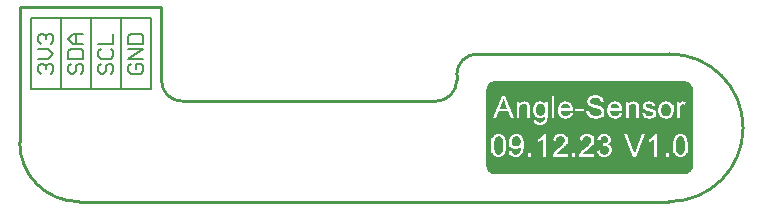
<source format=gto>
G04*
G04 #@! TF.GenerationSoftware,Altium Limited,Altium Designer,22.2.1 (43)*
G04*
G04 Layer_Color=65535*
%FSLAX44Y44*%
%MOMM*%
G71*
G04*
G04 #@! TF.SameCoordinates,59029D5E-7FE7-4811-848E-3C15E54AA96D*
G04*
G04*
G04 #@! TF.FilePolarity,Positive*
G04*
G01*
G75*
%ADD10C,0.1524*%
%ADD11C,0.2032*%
%ADD12C,0.2540*%
G36*
X964688Y-23527D02*
X966053Y-24092D01*
X967281Y-24913D01*
X968326Y-25958D01*
X969147Y-27186D01*
X969712Y-28551D01*
X970000Y-30000D01*
X970000Y-30581D01*
X970000D01*
Y-64419D01*
Y-94419D01*
X970000D01*
X970000Y-95000D01*
X969712Y-96449D01*
X969147Y-97814D01*
X968326Y-99042D01*
X967281Y-100087D01*
X966053Y-100908D01*
X964688Y-101473D01*
X963239Y-101761D01*
X962500Y-101761D01*
X802500Y-101761D01*
X801761D01*
X800312Y-101473D01*
X798947Y-100908D01*
X797719Y-100087D01*
X796674Y-99042D01*
X795854Y-97814D01*
X795288Y-96449D01*
X795000Y-95000D01*
Y-94419D01*
Y-94261D01*
D01*
Y-60581D01*
Y-30739D01*
D01*
Y-30000D01*
X795288Y-28551D01*
X795854Y-27186D01*
X796674Y-25958D01*
X797719Y-24913D01*
X798947Y-24092D01*
X800312Y-23527D01*
X801761Y-23239D01*
X802500D01*
X962500Y-23239D01*
X963239Y-23239D01*
X964688Y-23527D01*
D02*
G37*
%LPC*%
G36*
X895101Y-34899D02*
X879813D01*
X887290D01*
X886582Y-34920D01*
X885916Y-35003D01*
X885333Y-35107D01*
X885062Y-35170D01*
X884812Y-35232D01*
X884583Y-35295D01*
X884374Y-35357D01*
X884187Y-35420D01*
X884041Y-35461D01*
X883937Y-35503D01*
X883833Y-35545D01*
X883791Y-35566D01*
X883771D01*
X883208Y-35836D01*
X882729Y-36149D01*
X882313Y-36461D01*
X881979Y-36774D01*
X881709Y-37065D01*
X881500Y-37294D01*
X881438Y-37378D01*
X881396Y-37440D01*
X881355Y-37482D01*
Y-37503D01*
X881084Y-37982D01*
X880875Y-38461D01*
X880751Y-38898D01*
X880646Y-39315D01*
X880584Y-39690D01*
X880563Y-39835D01*
Y-39960D01*
X880542Y-40064D01*
Y-40148D01*
Y-40189D01*
Y-40210D01*
X880563Y-40689D01*
X880646Y-41147D01*
X880751Y-41564D01*
X880875Y-41918D01*
X881000Y-42210D01*
X881105Y-42439D01*
X881146Y-42522D01*
X881188Y-42585D01*
X881209Y-42605D01*
Y-42626D01*
X881479Y-43001D01*
X881813Y-43355D01*
X882146Y-43647D01*
X882500Y-43918D01*
X882792Y-44126D01*
X883042Y-44272D01*
X883146Y-44313D01*
X883208Y-44355D01*
X883250Y-44397D01*
X883271D01*
X883479Y-44501D01*
X883729Y-44605D01*
X884000Y-44709D01*
X884291Y-44813D01*
X884895Y-45022D01*
X885520Y-45209D01*
X885812Y-45292D01*
X886062Y-45376D01*
X886311Y-45438D01*
X886541Y-45500D01*
X886707Y-45542D01*
X886853Y-45584D01*
X886936Y-45605D01*
X886957D01*
X887436Y-45709D01*
X887874Y-45834D01*
X888249Y-45917D01*
X888603Y-46021D01*
X888915Y-46104D01*
X889207Y-46167D01*
X889436Y-46250D01*
X889665Y-46313D01*
X889831Y-46354D01*
X889998Y-46417D01*
X890123Y-46459D01*
X890206Y-46479D01*
X890290Y-46500D01*
X890331Y-46521D01*
X890373Y-46542D01*
X890790Y-46729D01*
X891144Y-46917D01*
X891456Y-47104D01*
X891685Y-47271D01*
X891873Y-47438D01*
X891998Y-47562D01*
X892081Y-47646D01*
X892102Y-47667D01*
X892289Y-47917D01*
X892414Y-48187D01*
X892518Y-48458D01*
X892581Y-48708D01*
X892622Y-48916D01*
X892643Y-49104D01*
Y-49208D01*
Y-49229D01*
Y-49250D01*
X892622Y-49562D01*
X892560Y-49874D01*
X892456Y-50145D01*
X892373Y-50395D01*
X892268Y-50603D01*
X892164Y-50770D01*
X892102Y-50853D01*
X892081Y-50895D01*
X891852Y-51166D01*
X891602Y-51395D01*
X891310Y-51603D01*
X891040Y-51770D01*
X890790Y-51895D01*
X890602Y-51999D01*
X890519Y-52041D01*
X890456Y-52061D01*
X890435Y-52082D01*
X890415D01*
X889998Y-52228D01*
X889561Y-52332D01*
X889123Y-52395D01*
X888728Y-52436D01*
X888394Y-52478D01*
X888249D01*
X888124Y-52499D01*
X887874D01*
X887270Y-52478D01*
X886728Y-52415D01*
X886207Y-52311D01*
X885770Y-52207D01*
X885583Y-52165D01*
X885416Y-52124D01*
X885270Y-52061D01*
X885145Y-52020D01*
X885041Y-51978D01*
X884978Y-51957D01*
X884937Y-51936D01*
X884916D01*
X884458Y-51707D01*
X884062Y-51457D01*
X883729Y-51228D01*
X883458Y-50978D01*
X883250Y-50770D01*
X883104Y-50603D01*
X883000Y-50499D01*
X882979Y-50458D01*
X882771Y-50083D01*
X882604Y-49687D01*
X882479Y-49291D01*
X882375Y-48916D01*
X882292Y-48562D01*
X882271Y-48437D01*
X882250Y-48312D01*
X882229Y-48208D01*
X882208Y-48125D01*
Y-48083D01*
Y-48062D01*
X879813Y-48271D01*
X879834Y-48625D01*
X879876Y-48979D01*
X880001Y-49625D01*
X880167Y-50229D01*
X880251Y-50499D01*
X880355Y-50728D01*
X880438Y-50957D01*
X880542Y-51166D01*
X880626Y-51332D01*
X880709Y-51478D01*
X880771Y-51603D01*
X880813Y-51686D01*
X880834Y-51728D01*
X880855Y-51749D01*
X881250Y-52290D01*
X881709Y-52749D01*
X882167Y-53144D01*
X882604Y-53457D01*
X883000Y-53707D01*
X883167Y-53790D01*
X883312Y-53873D01*
X883437Y-53936D01*
X883521Y-53977D01*
X883583Y-54019D01*
X883604D01*
X884312Y-54269D01*
X885041Y-54457D01*
X885770Y-54581D01*
X886457Y-54665D01*
X886791Y-54707D01*
X887082Y-54727D01*
X887332Y-54748D01*
X887561D01*
X887749Y-54769D01*
X887999D01*
X888748Y-54727D01*
X889436Y-54644D01*
X890061Y-54540D01*
X890352Y-54457D01*
X890602Y-54394D01*
X890852Y-54332D01*
X891060Y-54248D01*
X891248Y-54186D01*
X891394Y-54144D01*
X891518Y-54082D01*
X891602Y-54061D01*
X891664Y-54019D01*
X891685D01*
X892268Y-53707D01*
X892768Y-53373D01*
X893206Y-53019D01*
X893560Y-52686D01*
X893851Y-52374D01*
X894039Y-52145D01*
X894122Y-52041D01*
X894164Y-51978D01*
X894205Y-51936D01*
Y-51915D01*
X894372Y-51666D01*
X894497Y-51395D01*
X894726Y-50895D01*
X894893Y-50416D01*
X894997Y-49978D01*
X895059Y-49583D01*
X895080Y-49437D01*
Y-49291D01*
X895101Y-49187D01*
Y-54769D01*
D01*
D01*
Y-49041D01*
X895059Y-48479D01*
X894976Y-47958D01*
X894851Y-47500D01*
X894705Y-47104D01*
X894539Y-46771D01*
X894476Y-46625D01*
X894414Y-46521D01*
X894372Y-46438D01*
X894330Y-46375D01*
X894289Y-46334D01*
Y-46313D01*
X894122Y-46104D01*
X893955Y-45896D01*
X893560Y-45500D01*
X893164Y-45167D01*
X892747Y-44896D01*
X892393Y-44667D01*
X892227Y-44563D01*
X892081Y-44501D01*
X891977Y-44438D01*
X891893Y-44397D01*
X891831Y-44355D01*
X891810D01*
X891581Y-44251D01*
X891289Y-44147D01*
X890998Y-44043D01*
X890665Y-43938D01*
X889956Y-43751D01*
X889248Y-43563D01*
X888915Y-43459D01*
X888603Y-43397D01*
X888311Y-43314D01*
X888061Y-43272D01*
X887853Y-43209D01*
X887707Y-43168D01*
X887603Y-43147D01*
X887561D01*
X886999Y-43022D01*
X886499Y-42876D01*
X886062Y-42751D01*
X885645Y-42626D01*
X885291Y-42501D01*
X884978Y-42397D01*
X884708Y-42293D01*
X884479Y-42189D01*
X884291Y-42085D01*
X884125Y-42001D01*
X884000Y-41939D01*
X883895Y-41876D01*
X883812Y-41814D01*
X883771Y-41772D01*
X883729Y-41751D01*
X883479Y-41481D01*
X883312Y-41210D01*
X883187Y-40918D01*
X883083Y-40648D01*
X883042Y-40419D01*
X883021Y-40231D01*
X883000Y-40106D01*
Y-40085D01*
Y-40064D01*
X883021Y-39835D01*
X883042Y-39627D01*
X883167Y-39252D01*
X883333Y-38898D01*
X883521Y-38607D01*
X883708Y-38356D01*
X883875Y-38169D01*
X884000Y-38065D01*
X884020Y-38023D01*
X884041D01*
X884250Y-37878D01*
X884500Y-37732D01*
X885020Y-37523D01*
X885562Y-37378D01*
X886124Y-37273D01*
X886374Y-37232D01*
X886624Y-37211D01*
X886832Y-37190D01*
X887020D01*
X887186Y-37169D01*
X887790D01*
X888165Y-37211D01*
X888519Y-37253D01*
X888853Y-37315D01*
X889144Y-37378D01*
X889415Y-37461D01*
X889665Y-37544D01*
X889894Y-37627D01*
X890081Y-37732D01*
X890248Y-37815D01*
X890394Y-37898D01*
X890519Y-37961D01*
X890602Y-38023D01*
X890685Y-38065D01*
X890706Y-38086D01*
X890727Y-38107D01*
X890935Y-38294D01*
X891123Y-38482D01*
X891414Y-38919D01*
X891664Y-39377D01*
X891831Y-39815D01*
X891956Y-40210D01*
X891998Y-40377D01*
X892039Y-40543D01*
X892060Y-40668D01*
Y-40752D01*
X892081Y-40814D01*
Y-40835D01*
X894518Y-40648D01*
X894455Y-40023D01*
X894330Y-39460D01*
X894184Y-38940D01*
X894018Y-38502D01*
X893914Y-38315D01*
X893851Y-38127D01*
X893768Y-37982D01*
X893706Y-37857D01*
X893643Y-37752D01*
X893601Y-37690D01*
X893580Y-37648D01*
X893560Y-37627D01*
X893206Y-37148D01*
X892810Y-36753D01*
X892393Y-36399D01*
X891977Y-36107D01*
X891623Y-35899D01*
X891456Y-35815D01*
X891331Y-35732D01*
X891227Y-35670D01*
X891123Y-35649D01*
X891081Y-35607D01*
X891060D01*
X890435Y-35378D01*
X889790Y-35191D01*
X889144Y-35066D01*
X888561Y-34982D01*
X888290Y-34962D01*
X888061Y-34941D01*
X887832Y-34920D01*
X887645Y-34899D01*
X895101D01*
D02*
G37*
G36*
X846947Y-40210D02*
Y-40523D01*
X844781D01*
Y-42231D01*
X844468Y-41877D01*
X844156Y-41564D01*
X843802Y-41293D01*
X843468Y-41064D01*
X843114Y-40856D01*
X842781Y-40710D01*
X842448Y-40564D01*
X842135Y-40460D01*
X841844Y-40377D01*
X841573Y-40314D01*
X841323Y-40273D01*
X841115Y-40231D01*
X840948D01*
X840802Y-40210D01*
X846947D01*
X834679D01*
X840365D01*
X840032Y-40252D01*
X839428Y-40356D01*
X838886Y-40502D01*
X838636Y-40585D01*
X838407Y-40668D01*
X838199Y-40773D01*
X838032Y-40856D01*
X837866Y-40939D01*
X837741Y-41002D01*
X837636Y-41064D01*
X837553Y-41106D01*
X837512Y-41127D01*
X837491Y-41147D01*
X837012Y-41522D01*
X836574Y-41939D01*
X836220Y-42376D01*
X835929Y-42793D01*
X835699Y-43168D01*
X835595Y-43334D01*
X835533Y-43480D01*
X835470Y-43584D01*
X835429Y-43668D01*
X835387Y-43730D01*
Y-43751D01*
X835158Y-44397D01*
X834970Y-45042D01*
X834846Y-45646D01*
X834762Y-46209D01*
X834741Y-46480D01*
X834721Y-46709D01*
X834700Y-46896D01*
Y-47084D01*
X834679Y-47229D01*
Y-47417D01*
X834700Y-47958D01*
X834741Y-48458D01*
X834825Y-48958D01*
X834929Y-49416D01*
X835033Y-49854D01*
X835179Y-50270D01*
X835325Y-50645D01*
X835470Y-50999D01*
X835616Y-51312D01*
X835741Y-51582D01*
X835887Y-51832D01*
X835991Y-52020D01*
X836095Y-52186D01*
X836179Y-52291D01*
X836220Y-52374D01*
X836241Y-52395D01*
X836553Y-52749D01*
X836887Y-53082D01*
X837241Y-53353D01*
X837616Y-53582D01*
X837970Y-53790D01*
X838345Y-53957D01*
X838720Y-54082D01*
X839074Y-54207D01*
X839407Y-54290D01*
X839698Y-54352D01*
X839990Y-54394D01*
X840219Y-54415D01*
X840427Y-54436D01*
X840573Y-54457D01*
X840698D01*
X841115Y-54436D01*
X841531Y-54373D01*
X841906Y-54290D01*
X842260Y-54165D01*
X842614Y-54040D01*
X842927Y-53873D01*
X843218Y-53728D01*
X843489Y-53540D01*
X843718Y-53373D01*
X843947Y-53207D01*
X844114Y-53061D01*
X844281Y-52936D01*
X844385Y-52811D01*
X844489Y-52728D01*
X844531Y-52665D01*
X844551Y-52645D01*
Y-53061D01*
Y-53436D01*
X844531Y-53769D01*
Y-54082D01*
X844510Y-54352D01*
Y-54602D01*
X844489Y-54811D01*
X844468Y-54998D01*
X844447Y-55165D01*
Y-55290D01*
X844426Y-55415D01*
X844406Y-55498D01*
Y-55560D01*
X844385Y-55602D01*
Y-55644D01*
X844239Y-56060D01*
X844052Y-56435D01*
X843843Y-56748D01*
X843656Y-56998D01*
X843447Y-57206D01*
X843302Y-57352D01*
X843198Y-57456D01*
X843177Y-57477D01*
X843156D01*
X842802Y-57706D01*
X842385Y-57852D01*
X841969Y-57976D01*
X841573Y-58060D01*
X841198Y-58102D01*
X841052Y-58122D01*
X840907D01*
X840802Y-58143D01*
X840636D01*
X840094Y-58122D01*
X839615Y-58039D01*
X839219Y-57935D01*
X838865Y-57810D01*
X838595Y-57685D01*
X838407Y-57581D01*
X838282Y-57498D01*
X838241Y-57477D01*
X838011Y-57268D01*
X837845Y-57018D01*
X837699Y-56768D01*
X837595Y-56498D01*
X837532Y-56269D01*
X837491Y-56081D01*
X837449Y-55956D01*
Y-55935D01*
Y-55915D01*
X835158Y-55602D01*
Y-56019D01*
X835200Y-56394D01*
X835262Y-56748D01*
X835366Y-57081D01*
X835470Y-57372D01*
X835595Y-57664D01*
X835720Y-57914D01*
X835866Y-58122D01*
X836012Y-58331D01*
X836137Y-58497D01*
X836262Y-58643D01*
X836387Y-58768D01*
X836470Y-58851D01*
X836553Y-58914D01*
X836595Y-58955D01*
X836616Y-58976D01*
X836908Y-59164D01*
X837241Y-59351D01*
X837553Y-59497D01*
X837907Y-59622D01*
X838574Y-59830D01*
X839219Y-59955D01*
X839511Y-59997D01*
X839782Y-60038D01*
X840032Y-60059D01*
X840240Y-60080D01*
X840407Y-60101D01*
X834679D01*
X846947D01*
Y-40210D01*
D02*
G37*
G36*
X919949Y-40210D02*
X919741D01*
X919220Y-40231D01*
X918720Y-40314D01*
X918262Y-40419D01*
X917824Y-40564D01*
X917429Y-40752D01*
X917075Y-40939D01*
X916741Y-41147D01*
X916450Y-41356D01*
X916179Y-41585D01*
X915950Y-41793D01*
X915762Y-41981D01*
X915617Y-42168D01*
X915492Y-42314D01*
X915387Y-42418D01*
X915346Y-42501D01*
X915325Y-42522D01*
Y-40523D01*
X913201D01*
D01*
Y-54457D01*
X924510D01*
Y-45334D01*
X924489Y-45063D01*
Y-44834D01*
X924468Y-44626D01*
Y-44438D01*
X924448Y-44126D01*
X924406Y-43897D01*
X924385Y-43730D01*
X924364Y-43626D01*
Y-43605D01*
X924281Y-43230D01*
X924156Y-42897D01*
X924052Y-42605D01*
X923927Y-42355D01*
X923802Y-42147D01*
X923719Y-41981D01*
X923656Y-41897D01*
X923635Y-41856D01*
X923427Y-41585D01*
X923177Y-41356D01*
X922906Y-41168D01*
X922656Y-40981D01*
X922406Y-40856D01*
X922219Y-40752D01*
X922094Y-40689D01*
X922073Y-40668D01*
X922052D01*
X921657Y-40523D01*
X921261Y-40398D01*
X920865Y-40314D01*
X920511Y-40273D01*
X920199Y-40231D01*
X920074D01*
X919949Y-40210D01*
D02*
G37*
G36*
X827410Y-40210D02*
X827202D01*
X826681Y-40231D01*
X826181Y-40314D01*
X825723Y-40419D01*
X825285Y-40564D01*
X824890Y-40752D01*
X824536Y-40939D01*
X824202Y-41147D01*
X823911Y-41356D01*
X823640Y-41585D01*
X823411Y-41793D01*
X823223Y-41981D01*
X823078Y-42168D01*
X822953Y-42314D01*
X822849Y-42418D01*
X822807Y-42501D01*
X822786Y-42522D01*
Y-40523D01*
X820662D01*
D01*
Y-54457D01*
X831971D01*
Y-45334D01*
X831951Y-45063D01*
Y-44834D01*
X831930Y-44626D01*
Y-44438D01*
X831909Y-44126D01*
X831867Y-43897D01*
X831846Y-43730D01*
X831825Y-43626D01*
Y-43605D01*
X831742Y-43230D01*
X831617Y-42897D01*
X831513Y-42606D01*
X831388Y-42355D01*
X831263Y-42147D01*
X831180Y-41981D01*
X831117Y-41897D01*
X831096Y-41856D01*
X830888Y-41585D01*
X830638Y-41356D01*
X830368Y-41168D01*
X830118Y-40981D01*
X829868Y-40856D01*
X829680Y-40752D01*
X829555Y-40689D01*
X829534Y-40668D01*
X829514D01*
X829118Y-40523D01*
X828722Y-40398D01*
X828326Y-40314D01*
X827972Y-40273D01*
X827660Y-40231D01*
X827535D01*
X827410Y-40210D01*
D02*
G37*
G36*
X961730Y-40210D02*
X961605D01*
X961313Y-40231D01*
X961022Y-40293D01*
X960772Y-40356D01*
X960543Y-40439D01*
X960376Y-40543D01*
X960230Y-40606D01*
X960147Y-40668D01*
X960105Y-40689D01*
X959980Y-40793D01*
X959834Y-40918D01*
X959584Y-41189D01*
X959334Y-41522D01*
X959105Y-41856D01*
X958897Y-42147D01*
X958751Y-42418D01*
X958689Y-42501D01*
X958647Y-42585D01*
X958605Y-42626D01*
Y-40523D01*
X956481D01*
Y-40502D01*
Y-54457D01*
X958835D01*
Y-47167D01*
X958856Y-46625D01*
X958897Y-46104D01*
X958960Y-45646D01*
X959022Y-45230D01*
X959085Y-44896D01*
X959126Y-44751D01*
X959147Y-44626D01*
X959168Y-44542D01*
X959189Y-44480D01*
X959210Y-44438D01*
Y-44418D01*
X959334Y-44126D01*
X959460Y-43855D01*
X959605Y-43647D01*
X959751Y-43459D01*
X959876Y-43314D01*
X959980Y-43209D01*
X960063Y-43147D01*
X960084Y-43126D01*
X960334Y-42959D01*
X960563Y-42855D01*
X960792Y-42772D01*
X961022Y-42710D01*
X961209Y-42668D01*
X961355Y-42647D01*
X961480D01*
X961813Y-42668D01*
X962125Y-42730D01*
X962417Y-42814D01*
X962667Y-42897D01*
X962896Y-43001D01*
X963063Y-43085D01*
X963167Y-43147D01*
X963208Y-43168D01*
X964042Y-40981D01*
X963583Y-40731D01*
X963125Y-40543D01*
X962729Y-40398D01*
X962355Y-40314D01*
X962042Y-40252D01*
X961917Y-40231D01*
X961813D01*
X961730Y-40210D01*
D02*
G37*
G36*
X938777D02*
X927197D01*
X932716D01*
X932321Y-40231D01*
X931946Y-40252D01*
X931592Y-40293D01*
X931300Y-40356D01*
X931029Y-40419D01*
X930842Y-40460D01*
X930717Y-40481D01*
X930696Y-40502D01*
X930675D01*
X930342Y-40606D01*
X930030Y-40731D01*
X929780Y-40856D01*
X929571Y-40960D01*
X929405Y-41043D01*
X929280Y-41127D01*
X929196Y-41168D01*
X929176Y-41189D01*
X928905Y-41397D01*
X928676Y-41606D01*
X928467Y-41835D01*
X928322Y-42043D01*
X928176Y-42231D01*
X928092Y-42376D01*
X928030Y-42460D01*
X928009Y-42501D01*
X927863Y-42793D01*
X927759Y-43105D01*
X927697Y-43397D01*
X927655Y-43668D01*
X927614Y-43897D01*
X927593Y-44063D01*
Y-44188D01*
Y-44209D01*
Y-44230D01*
X927614Y-44605D01*
X927676Y-44959D01*
X927759Y-45271D01*
X927843Y-45542D01*
X927926Y-45771D01*
X928009Y-45959D01*
X928072Y-46063D01*
X928092Y-46104D01*
X928301Y-46396D01*
X928551Y-46667D01*
X928801Y-46875D01*
X929051Y-47063D01*
X929280Y-47229D01*
X929446Y-47333D01*
X929571Y-47396D01*
X929592Y-47417D01*
X929613D01*
X929821Y-47500D01*
X930071Y-47604D01*
X930321Y-47708D01*
X930613Y-47792D01*
X931217Y-47979D01*
X931800Y-48166D01*
X932092Y-48250D01*
X932362Y-48333D01*
X932612Y-48396D01*
X932821Y-48458D01*
X932987Y-48500D01*
X933133Y-48541D01*
X933216Y-48562D01*
X933237D01*
X933570Y-48646D01*
X933883Y-48729D01*
X934174Y-48812D01*
X934424Y-48896D01*
X934653Y-48958D01*
X934841Y-49021D01*
X935007Y-49083D01*
X935174Y-49145D01*
X935299Y-49187D01*
X935403Y-49229D01*
X935549Y-49291D01*
X935632Y-49333D01*
X935653Y-49354D01*
X935882Y-49541D01*
X936070Y-49749D01*
X936195Y-49958D01*
X936278Y-50166D01*
X936320Y-50333D01*
X936361Y-50499D01*
Y-50583D01*
Y-50624D01*
X936320Y-50957D01*
X936236Y-51249D01*
X936111Y-51520D01*
X935965Y-51749D01*
X935820Y-51936D01*
X935695Y-52061D01*
X935611Y-52165D01*
X935570Y-52186D01*
X935237Y-52395D01*
X934862Y-52561D01*
X934445Y-52665D01*
X934049Y-52749D01*
X933695Y-52790D01*
X933549Y-52811D01*
X933404D01*
X933299Y-52832D01*
X933133D01*
X932570Y-52790D01*
X932071Y-52707D01*
X931633Y-52603D01*
X931279Y-52457D01*
X930988Y-52332D01*
X930779Y-52207D01*
X930654Y-52124D01*
X930633Y-52103D01*
X930613D01*
X930300Y-51791D01*
X930071Y-51457D01*
X929884Y-51082D01*
X929738Y-50728D01*
X929634Y-50416D01*
X929592Y-50291D01*
X929571Y-50166D01*
X929550Y-50062D01*
Y-49999D01*
X929530Y-49958D01*
Y-49937D01*
X927197Y-50312D01*
D01*
X927280Y-50708D01*
X927384Y-51103D01*
X927509Y-51457D01*
X927634Y-51770D01*
X927780Y-52082D01*
X927926Y-52353D01*
X928072Y-52603D01*
X928238Y-52832D01*
X928384Y-53019D01*
X928530Y-53186D01*
X928655Y-53332D01*
X928759Y-53457D01*
X928863Y-53540D01*
X928926Y-53603D01*
X928967Y-53644D01*
X928988Y-53665D01*
X929280Y-53853D01*
X929571Y-54019D01*
X929904Y-54186D01*
X930238Y-54311D01*
X930946Y-54498D01*
X931612Y-54623D01*
X931925Y-54686D01*
X932216Y-54707D01*
X932487Y-54727D01*
X932695Y-54748D01*
X932883Y-54769D01*
X933154D01*
X933758Y-54748D01*
X934299Y-54686D01*
X934799Y-54581D01*
X935237Y-54477D01*
X935424Y-54436D01*
X935591Y-54394D01*
X935736Y-54332D01*
X935861Y-54290D01*
X935965Y-54248D01*
X936028Y-54227D01*
X936070Y-54207D01*
X936090D01*
X936549Y-53977D01*
X936944Y-53728D01*
X937278Y-53457D01*
X937569Y-53186D01*
X937777Y-52957D01*
X937944Y-52769D01*
X938027Y-52645D01*
X938069Y-52624D01*
Y-52603D01*
X938298Y-52207D01*
X938486Y-51811D01*
X938611Y-51437D01*
X938694Y-51103D01*
X938736Y-50812D01*
X938777Y-50583D01*
Y-54769D01*
D01*
Y-50374D01*
X938756Y-49937D01*
X938694Y-49541D01*
X938590Y-49208D01*
X938486Y-48916D01*
X938382Y-48666D01*
X938277Y-48500D01*
X938215Y-48396D01*
X938194Y-48354D01*
X937965Y-48062D01*
X937715Y-47812D01*
X937444Y-47604D01*
X937194Y-47438D01*
X936986Y-47292D01*
X936799Y-47208D01*
X936674Y-47146D01*
X936653Y-47125D01*
X936632D01*
X936424Y-47042D01*
X936195Y-46958D01*
X935945Y-46854D01*
X935674Y-46771D01*
X935111Y-46584D01*
X934528Y-46417D01*
X934258Y-46334D01*
X933987Y-46250D01*
X933758Y-46188D01*
X933570Y-46125D01*
X933383Y-46084D01*
X933258Y-46042D01*
X933175Y-46021D01*
X933154D01*
X932841Y-45938D01*
X932570Y-45855D01*
X932321Y-45792D01*
X932092Y-45730D01*
X931904Y-45667D01*
X931737Y-45626D01*
X931592Y-45584D01*
X931467Y-45542D01*
X931279Y-45480D01*
X931154Y-45438D01*
X931092Y-45417D01*
X931071D01*
X930863Y-45313D01*
X930675Y-45209D01*
X930509Y-45105D01*
X930384Y-45001D01*
X930279Y-44917D01*
X930217Y-44855D01*
X930175Y-44813D01*
X930154Y-44792D01*
X930071Y-44647D01*
X930009Y-44501D01*
X929925Y-44230D01*
X929904Y-44126D01*
X929884Y-44043D01*
Y-43980D01*
Y-43959D01*
X929904Y-43689D01*
X929988Y-43459D01*
X930092Y-43230D01*
X930238Y-43043D01*
X930363Y-42897D01*
X930467Y-42793D01*
X930550Y-42710D01*
X930571Y-42689D01*
X930717Y-42585D01*
X930863Y-42501D01*
X931217Y-42376D01*
X931612Y-42272D01*
X931987Y-42210D01*
X932341Y-42168D01*
X932487D01*
X932612Y-42147D01*
X932883D01*
X933383Y-42168D01*
X933799Y-42251D01*
X934174Y-42335D01*
X934487Y-42460D01*
X934716Y-42564D01*
X934882Y-42668D01*
X934987Y-42751D01*
X935028Y-42772D01*
X935278Y-43022D01*
X935486Y-43293D01*
X935653Y-43563D01*
X935778Y-43834D01*
X935861Y-44063D01*
X935903Y-44272D01*
X935945Y-44397D01*
Y-44418D01*
Y-44438D01*
X938257Y-44126D01*
X938152Y-43647D01*
X938027Y-43230D01*
X937903Y-42855D01*
X937757Y-42543D01*
X937632Y-42314D01*
X937528Y-42126D01*
X937444Y-42022D01*
X937423Y-41981D01*
X937173Y-41689D01*
X936882Y-41439D01*
X936590Y-41210D01*
X936299Y-41023D01*
X936007Y-40877D01*
X935799Y-40773D01*
X935716Y-40731D01*
X935653Y-40710D01*
X935611Y-40689D01*
X935591D01*
X935111Y-40523D01*
X934632Y-40419D01*
X934133Y-40335D01*
X933695Y-40273D01*
X933299Y-40231D01*
X933133D01*
X932987Y-40210D01*
X938777D01*
D01*
D02*
G37*
G36*
X953732D02*
Y-47313D01*
X953711Y-46708D01*
X953649Y-46125D01*
X953565Y-45584D01*
X953440Y-45084D01*
X953315Y-44626D01*
X953149Y-44209D01*
X952982Y-43814D01*
X952815Y-43459D01*
X952649Y-43147D01*
X952482Y-42876D01*
X952316Y-42647D01*
X952190Y-42460D01*
X952066Y-42293D01*
X951982Y-42189D01*
X951920Y-42126D01*
X951899Y-42106D01*
X951545Y-41772D01*
X951170Y-41481D01*
X950795Y-41231D01*
X950399Y-41002D01*
X950004Y-40835D01*
X949629Y-40668D01*
X949233Y-40543D01*
X948879Y-40439D01*
X948525Y-40377D01*
X948212Y-40314D01*
X947942Y-40273D01*
X947692Y-40231D01*
X947483D01*
X947338Y-40210D01*
X947213D01*
X946734Y-40231D01*
X946275Y-40273D01*
X945859Y-40356D01*
X945442Y-40460D01*
X945046Y-40564D01*
X944692Y-40710D01*
X944359Y-40835D01*
X944068Y-40981D01*
X943776Y-41127D01*
X943547Y-41272D01*
X943339Y-41418D01*
X943151Y-41522D01*
X943026Y-41627D01*
X942922Y-41710D01*
X942860Y-41751D01*
X942839Y-41772D01*
X942464Y-42147D01*
X942131Y-42543D01*
X941839Y-42980D01*
X941589Y-43439D01*
X941402Y-43918D01*
X941214Y-44397D01*
X941068Y-44876D01*
X940964Y-45334D01*
X940881Y-45771D01*
X940798Y-46167D01*
X940756Y-46542D01*
X940735Y-46875D01*
X940714Y-47125D01*
X940693Y-47333D01*
Y-47313D01*
Y-47500D01*
X940714Y-48146D01*
X940777Y-48750D01*
X940860Y-49312D01*
X940964Y-49833D01*
X941110Y-50312D01*
X941256Y-50749D01*
X941422Y-51145D01*
X941589Y-51520D01*
X941756Y-51832D01*
X941922Y-52124D01*
X942068Y-52353D01*
X942214Y-52540D01*
X942318Y-52707D01*
X942401Y-52811D01*
X942464Y-52874D01*
X942485Y-52895D01*
X942839Y-53228D01*
X943214Y-53519D01*
X943588Y-53769D01*
X943984Y-53977D01*
X944380Y-54165D01*
X944776Y-54311D01*
X945151Y-54436D01*
X945526Y-54540D01*
X945880Y-54602D01*
X946192Y-54665D01*
X946484Y-54707D01*
X946734Y-54748D01*
X946942D01*
X947088Y-54769D01*
X940693D01*
D01*
X953732D01*
Y-40210D01*
D02*
G37*
G36*
X877751Y-46313D02*
X870482D01*
Y-48687D01*
X877751D01*
Y-46313D01*
D02*
G37*
G36*
X852820Y-35232D02*
X850467D01*
Y-54457D01*
X852820D01*
Y-35232D01*
D02*
G37*
G36*
X811060D02*
X808311D01*
X800958Y-54457D01*
D01*
X818933D01*
D01*
X811060Y-35232D01*
D02*
G37*
G36*
X904099Y-40210D02*
X903974D01*
X903453Y-40231D01*
X902932Y-40293D01*
X902474Y-40398D01*
X902016Y-40523D01*
X901599Y-40668D01*
X901204Y-40835D01*
X900850Y-41002D01*
X900537Y-41189D01*
X900246Y-41377D01*
X899995Y-41543D01*
X899766Y-41710D01*
X899600Y-41856D01*
X899454Y-41981D01*
X899350Y-42085D01*
X899287Y-42147D01*
X899267Y-42168D01*
X898954Y-42543D01*
X898683Y-42959D01*
X898433Y-43397D01*
X898225Y-43834D01*
X898058Y-44292D01*
X897913Y-44751D01*
X897788Y-45188D01*
X897704Y-45626D01*
X897621Y-46021D01*
X897579Y-46417D01*
X897538Y-46750D01*
X897496Y-47042D01*
Y-47292D01*
X897475Y-47479D01*
Y-47625D01*
X897496Y-48250D01*
X897559Y-48833D01*
X897642Y-49374D01*
X897746Y-49874D01*
X897892Y-50353D01*
X898038Y-50791D01*
X898204Y-51187D01*
X898371Y-51541D01*
X898517Y-51853D01*
X898683Y-52124D01*
X898829Y-52353D01*
X898975Y-52540D01*
X899079Y-52707D01*
X899162Y-52811D01*
X899225Y-52874D01*
X899246Y-52895D01*
X899600Y-53228D01*
X899975Y-53519D01*
X900350Y-53769D01*
X900766Y-53977D01*
X901162Y-54165D01*
X901579Y-54311D01*
X901974Y-54436D01*
X902349Y-54540D01*
X902703Y-54602D01*
X903036Y-54665D01*
X903328Y-54707D01*
X903599Y-54748D01*
X903807D01*
X903974Y-54769D01*
X897475D01*
D01*
X910305D01*
Y-47458D01*
X910285Y-46834D01*
X910222Y-46250D01*
X910139Y-45688D01*
X910035Y-45167D01*
X909889Y-44688D01*
X909743Y-44251D01*
X909576Y-43855D01*
X909431Y-43501D01*
X909264Y-43189D01*
X909097Y-42897D01*
X908952Y-42668D01*
X908806Y-42481D01*
X908702Y-42314D01*
X908618Y-42210D01*
X908556Y-42147D01*
X908535Y-42126D01*
X908202Y-41793D01*
X907827Y-41501D01*
X907452Y-41231D01*
X907077Y-41023D01*
X906702Y-40835D01*
X906306Y-40668D01*
X905952Y-40543D01*
X905598Y-40439D01*
X905265Y-40377D01*
X904953Y-40314D01*
X904682Y-40273D01*
X904432Y-40231D01*
X904244D01*
X904099Y-40210D01*
D02*
G37*
G36*
X862318Y-40210D02*
X862193D01*
X861672Y-40231D01*
X861151Y-40293D01*
X860693Y-40398D01*
X860235Y-40523D01*
X859818Y-40668D01*
X859423Y-40835D01*
X859069Y-41002D01*
X858756Y-41189D01*
X858465Y-41377D01*
X858215Y-41543D01*
X857986Y-41710D01*
X857819Y-41856D01*
X857673Y-41981D01*
X857569Y-42085D01*
X857506Y-42147D01*
X857486Y-42168D01*
X857173Y-42543D01*
X856902Y-42959D01*
X856653Y-43397D01*
X856444Y-43834D01*
X856278Y-44292D01*
X856132Y-44751D01*
X856007Y-45188D01*
X855923Y-45626D01*
X855840Y-46021D01*
X855798Y-46417D01*
X855757Y-46750D01*
X855715Y-47042D01*
Y-47292D01*
X855694Y-47479D01*
Y-47625D01*
X855715Y-48250D01*
X855778Y-48833D01*
X855861Y-49375D01*
X855965Y-49874D01*
X856111Y-50353D01*
X856257Y-50791D01*
X856423Y-51187D01*
X856590Y-51541D01*
X856736Y-51853D01*
X856902Y-52124D01*
X857048Y-52353D01*
X857194Y-52540D01*
X857298Y-52707D01*
X857381Y-52811D01*
X857444Y-52874D01*
X857465Y-52895D01*
X857819Y-53228D01*
X858194Y-53519D01*
X858569Y-53769D01*
X858985Y-53977D01*
X859381Y-54165D01*
X859798Y-54311D01*
X860193Y-54436D01*
X860568Y-54540D01*
X860922Y-54602D01*
X861255Y-54665D01*
X861547Y-54707D01*
X861818Y-54748D01*
X862026D01*
X862193Y-54769D01*
X855694D01*
D01*
X868524Y-54769D01*
Y-47458D01*
X868504Y-46834D01*
X868441Y-46250D01*
X868358Y-45688D01*
X868254Y-45167D01*
X868108Y-44688D01*
X867962Y-44251D01*
X867795Y-43855D01*
X867650Y-43501D01*
X867483Y-43189D01*
X867316Y-42897D01*
X867171Y-42668D01*
X867025Y-42481D01*
X866921Y-42314D01*
X866837Y-42210D01*
X866775Y-42147D01*
X866754Y-42126D01*
X866421Y-41793D01*
X866046Y-41502D01*
X865671Y-41231D01*
X865296Y-41023D01*
X864921Y-40835D01*
X864525Y-40668D01*
X864171Y-40543D01*
X863817Y-40439D01*
X863484Y-40377D01*
X863172Y-40314D01*
X862901Y-40273D01*
X862651Y-40231D01*
X862464D01*
X862318Y-40210D01*
D02*
G37*
G36*
X901479Y-67690D02*
X888899D01*
X894898D01*
X894481Y-67711D01*
X894085Y-67752D01*
X893710Y-67815D01*
X893336Y-67898D01*
X893002Y-68002D01*
X892690Y-68107D01*
X892398Y-68232D01*
X892148Y-68336D01*
X891898Y-68461D01*
X891690Y-68586D01*
X891524Y-68690D01*
X891357Y-68794D01*
X891253Y-68877D01*
X891149Y-68940D01*
X891107Y-68981D01*
X891086Y-69002D01*
X890815Y-69252D01*
X890565Y-69544D01*
X890336Y-69835D01*
X890128Y-70127D01*
X889941Y-70439D01*
X889795Y-70731D01*
X889524Y-71335D01*
X889420Y-71606D01*
X889337Y-71856D01*
X889274Y-72085D01*
X889212Y-72272D01*
X889170Y-72439D01*
X889149Y-72564D01*
X889128Y-72647D01*
Y-72668D01*
X891482Y-73085D01*
X891607Y-72480D01*
X891774Y-71960D01*
X891961Y-71501D01*
X892169Y-71147D01*
X892336Y-70856D01*
X892503Y-70668D01*
X892607Y-70543D01*
X892648Y-70502D01*
X893023Y-70210D01*
X893398Y-70002D01*
X893794Y-69835D01*
X894148Y-69731D01*
X894481Y-69669D01*
X894606Y-69648D01*
X894731D01*
X894835Y-69627D01*
X894960D01*
X895460Y-69669D01*
X895897Y-69752D01*
X896293Y-69898D01*
X896626Y-70044D01*
X896876Y-70210D01*
X897064Y-70356D01*
X897189Y-70439D01*
X897230Y-70481D01*
X897397Y-70648D01*
X897522Y-70814D01*
X897751Y-71189D01*
X897918Y-71543D01*
X898022Y-71876D01*
X898084Y-72189D01*
X898105Y-72418D01*
X898126Y-72522D01*
Y-72585D01*
Y-72626D01*
Y-72647D01*
X898105Y-72939D01*
X898064Y-73209D01*
X898022Y-73480D01*
X897939Y-73709D01*
X897730Y-74126D01*
X897522Y-74459D01*
X897293Y-74730D01*
X897085Y-74917D01*
X897001Y-74980D01*
X896960Y-75022D01*
X896918Y-75063D01*
X896897D01*
X896439Y-75334D01*
X895960Y-75521D01*
X895502Y-75667D01*
X895085Y-75750D01*
X894731Y-75813D01*
X894585Y-75834D01*
X894439D01*
X894335Y-75855D01*
X894065D01*
X893940Y-75834D01*
X893836Y-75813D01*
X893794D01*
X893544Y-77875D01*
X893898Y-77792D01*
X894231Y-77729D01*
X894502Y-77687D01*
X894752Y-77646D01*
X894939D01*
X895085Y-77625D01*
X895210D01*
X895502Y-77646D01*
X895793Y-77667D01*
X896314Y-77792D01*
X896772Y-77958D01*
X897168Y-78146D01*
X897480Y-78354D01*
X897605Y-78437D01*
X897710Y-78521D01*
X897793Y-78583D01*
X897855Y-78646D01*
X897876Y-78666D01*
X897897Y-78687D01*
X898084Y-78896D01*
X898251Y-79104D01*
X898397Y-79312D01*
X898522Y-79541D01*
X898709Y-79978D01*
X898855Y-80416D01*
X898917Y-80791D01*
X898938Y-80937D01*
X898959Y-81082D01*
X898980Y-81187D01*
Y-81291D01*
Y-81332D01*
Y-81353D01*
X898959Y-81666D01*
X898938Y-81957D01*
X898792Y-82520D01*
X898626Y-82999D01*
X898418Y-83415D01*
X898293Y-83603D01*
X898188Y-83748D01*
X898105Y-83894D01*
X898022Y-83998D01*
X897939Y-84082D01*
X897876Y-84144D01*
X897855Y-84186D01*
X897834Y-84207D01*
X897605Y-84415D01*
X897376Y-84581D01*
X897147Y-84727D01*
X896918Y-84873D01*
X896439Y-85081D01*
X895981Y-85206D01*
X895606Y-85290D01*
X895418Y-85310D01*
X895293Y-85331D01*
X895169Y-85352D01*
X895002D01*
X894502Y-85310D01*
X894023Y-85206D01*
X893627Y-85081D01*
X893273Y-84915D01*
X892981Y-84748D01*
X892773Y-84623D01*
X892711Y-84561D01*
X892648Y-84519D01*
X892627Y-84477D01*
X892607D01*
X892440Y-84290D01*
X892273Y-84102D01*
X891982Y-83665D01*
X891753Y-83186D01*
X891565Y-82707D01*
X891419Y-82270D01*
X891378Y-82082D01*
X891336Y-81916D01*
X891294Y-81770D01*
X891274Y-81666D01*
X891253Y-81603D01*
Y-81582D01*
X888899Y-81895D01*
X888962Y-82332D01*
X889045Y-82749D01*
X889170Y-83144D01*
X889295Y-83519D01*
X889441Y-83873D01*
X889607Y-84186D01*
X889774Y-84498D01*
X889941Y-84748D01*
X890107Y-84998D01*
X890253Y-85206D01*
X890399Y-85394D01*
X890524Y-85540D01*
X890649Y-85665D01*
X890732Y-85748D01*
X890774Y-85789D01*
X890795Y-85810D01*
X891107Y-86081D01*
X891461Y-86310D01*
X891794Y-86498D01*
X892148Y-86685D01*
X892503Y-86831D01*
X892857Y-86935D01*
X893190Y-87039D01*
X893523Y-87122D01*
X893836Y-87185D01*
X894106Y-87227D01*
X894356Y-87268D01*
X894585Y-87289D01*
X894752D01*
X894898Y-87310D01*
X895002D01*
X895523Y-87289D01*
X896002Y-87227D01*
X896460Y-87143D01*
X896897Y-87039D01*
X897314Y-86914D01*
X897689Y-86769D01*
X898043Y-86602D01*
X898355Y-86435D01*
X898647Y-86289D01*
X898897Y-86123D01*
X899126Y-85977D01*
X899292Y-85852D01*
X899438Y-85748D01*
X899542Y-85665D01*
X899605Y-85602D01*
X899626Y-85581D01*
X899959Y-85248D01*
X900230Y-84894D01*
X900480Y-84540D01*
X900688Y-84165D01*
X900875Y-83811D01*
X901021Y-83457D01*
X901146Y-83124D01*
X901250Y-82790D01*
X901334Y-82478D01*
X901375Y-82207D01*
X901417Y-81957D01*
X901459Y-81728D01*
Y-81561D01*
X901479Y-81416D01*
Y-80978D01*
X901438Y-80645D01*
X901334Y-80041D01*
X901167Y-79520D01*
X901084Y-79291D01*
X901000Y-79083D01*
X900917Y-78875D01*
X900834Y-78708D01*
X900750Y-78562D01*
X900667Y-78458D01*
X900605Y-78354D01*
X900563Y-78292D01*
X900542Y-78250D01*
X900521Y-78229D01*
X900146Y-77792D01*
X899709Y-77438D01*
X899272Y-77167D01*
X898855Y-76938D01*
X898459Y-76771D01*
X898293Y-76708D01*
X898168Y-76667D01*
X898043Y-76625D01*
X897959Y-76604D01*
X897897Y-76584D01*
X897876D01*
X898334Y-76334D01*
X898730Y-76084D01*
X899084Y-75813D01*
X899355Y-75542D01*
X899584Y-75313D01*
X899730Y-75126D01*
X899834Y-75001D01*
X899855Y-74980D01*
Y-74959D01*
X900084Y-74563D01*
X900250Y-74167D01*
X900376Y-73793D01*
X900459Y-73439D01*
X900500Y-73147D01*
X900542Y-72897D01*
Y-72814D01*
Y-72751D01*
Y-72710D01*
Y-72689D01*
X900521Y-72210D01*
X900438Y-71751D01*
X900313Y-71335D01*
X900188Y-70960D01*
X900063Y-70648D01*
X900001Y-70523D01*
X899938Y-70419D01*
X899896Y-70335D01*
X899855Y-70252D01*
X899834Y-70231D01*
Y-70210D01*
X899542Y-69794D01*
X899209Y-69440D01*
X898876Y-69127D01*
X898543Y-68856D01*
X898251Y-68648D01*
X898022Y-68502D01*
X897918Y-68440D01*
X897855Y-68398D01*
X897814Y-68377D01*
X897793D01*
X897293Y-68148D01*
X896793Y-67982D01*
X896293Y-67857D01*
X895856Y-67773D01*
X895460Y-67732D01*
X895314Y-67711D01*
X895169Y-67690D01*
X901479D01*
D02*
G37*
G36*
X805816Y-67690D02*
X805566D01*
X805191Y-67711D01*
X804817Y-67732D01*
X804463Y-67794D01*
X804129Y-67857D01*
X803838Y-67940D01*
X803546Y-68044D01*
X803275Y-68148D01*
X803046Y-68252D01*
X802817Y-68356D01*
X802630Y-68461D01*
X802463Y-68544D01*
X802338Y-68648D01*
X802234Y-68711D01*
X802151Y-68773D01*
X802109Y-68794D01*
X802088Y-68815D01*
X801838Y-69044D01*
X801609Y-69273D01*
X801192Y-69794D01*
X800818Y-70314D01*
X800526Y-70835D01*
X800401Y-71085D01*
X800297Y-71293D01*
X800214Y-71502D01*
X800130Y-71668D01*
X800089Y-71814D01*
X800047Y-71939D01*
X800005Y-72001D01*
Y-72022D01*
X799880Y-72418D01*
X799776Y-72855D01*
X799610Y-73751D01*
X799485Y-74667D01*
X799443Y-75105D01*
X799401Y-75542D01*
X799380Y-75938D01*
X799360Y-76313D01*
X799339Y-76646D01*
Y-76938D01*
X799318Y-77167D01*
Y-67690D01*
Y-87289D01*
Y-77500D01*
X799339Y-78479D01*
X799401Y-79395D01*
X799485Y-80229D01*
X799610Y-80999D01*
X799755Y-81707D01*
X799922Y-82353D01*
X800089Y-82915D01*
X800276Y-83436D01*
X800443Y-83873D01*
X800609Y-84269D01*
X800776Y-84581D01*
X800922Y-84852D01*
X801047Y-85061D01*
X801130Y-85206D01*
X801192Y-85290D01*
X801213Y-85310D01*
X801526Y-85665D01*
X801859Y-85956D01*
X802213Y-86227D01*
X802567Y-86456D01*
X802921Y-86643D01*
X803296Y-86810D01*
X803650Y-86935D01*
X803984Y-87039D01*
X804317Y-87123D01*
X804608Y-87185D01*
X804879Y-87227D01*
X805108Y-87247D01*
X805296Y-87268D01*
X805441Y-87289D01*
X799318D01*
X811836D01*
Y-76979D01*
X811815Y-76480D01*
X811794Y-76021D01*
X811773Y-75584D01*
X811731Y-75188D01*
X811690Y-74813D01*
X811648Y-74480D01*
X811627Y-74167D01*
X811586Y-73897D01*
X811544Y-73668D01*
X811502Y-73459D01*
X811461Y-73293D01*
X811440Y-73147D01*
X811419Y-73064D01*
X811398Y-73001D01*
Y-72980D01*
X811232Y-72376D01*
X811023Y-71814D01*
X810836Y-71335D01*
X810648Y-70918D01*
X810544Y-70752D01*
X810482Y-70585D01*
X810398Y-70439D01*
X810336Y-70335D01*
X810274Y-70252D01*
X810253Y-70189D01*
X810211Y-70148D01*
Y-70127D01*
X809920Y-69710D01*
X809586Y-69335D01*
X809274Y-69023D01*
X808961Y-68773D01*
X808691Y-68565D01*
X808482Y-68440D01*
X808399Y-68377D01*
X808336Y-68336D01*
X808295Y-68315D01*
X808274D01*
X807816Y-68107D01*
X807358Y-67961D01*
X806899Y-67836D01*
X806483Y-67773D01*
X806108Y-67732D01*
X805962Y-67711D01*
X805816Y-67690D01*
D02*
G37*
G36*
X886358Y-67690D02*
Y-84706D01*
X876881D01*
X877215Y-84248D01*
X877381Y-84040D01*
X877548Y-83853D01*
X877694Y-83686D01*
X877798Y-83561D01*
X877881Y-83478D01*
X877902Y-83457D01*
X878027Y-83332D01*
X878194Y-83165D01*
X878381Y-82999D01*
X878589Y-82811D01*
X879027Y-82395D01*
X879485Y-81999D01*
X879922Y-81624D01*
X880110Y-81457D01*
X880297Y-81312D01*
X880422Y-81187D01*
X880547Y-81103D01*
X880610Y-81041D01*
X880630Y-81020D01*
X881089Y-80624D01*
X881526Y-80249D01*
X881922Y-79916D01*
X882276Y-79583D01*
X882609Y-79291D01*
X882901Y-79000D01*
X883171Y-78750D01*
X883421Y-78521D01*
X883630Y-78333D01*
X883796Y-78146D01*
X883942Y-78000D01*
X884067Y-77875D01*
X884150Y-77771D01*
X884234Y-77708D01*
X884255Y-77667D01*
X884275Y-77646D01*
X884671Y-77188D01*
X884984Y-76771D01*
X885254Y-76375D01*
X885483Y-76021D01*
X885650Y-75730D01*
X885775Y-75500D01*
X885817Y-75417D01*
X885837Y-75355D01*
X885858Y-75334D01*
Y-75313D01*
X886025Y-74896D01*
X886129Y-74480D01*
X886212Y-74105D01*
X886275Y-73751D01*
X886317Y-73459D01*
X886337Y-73230D01*
Y-73147D01*
Y-73085D01*
Y-73064D01*
Y-73043D01*
X886317Y-72626D01*
X886275Y-72231D01*
X886192Y-71856D01*
X886087Y-71481D01*
X885963Y-71147D01*
X885817Y-70835D01*
X885671Y-70543D01*
X885525Y-70293D01*
X885379Y-70044D01*
X885234Y-69835D01*
X885088Y-69648D01*
X884963Y-69502D01*
X884859Y-69398D01*
X884775Y-69294D01*
X884734Y-69252D01*
X884713Y-69231D01*
X884400Y-68960D01*
X884067Y-68731D01*
X883713Y-68523D01*
X883338Y-68336D01*
X882984Y-68190D01*
X882609Y-68065D01*
X882255Y-67961D01*
X881901Y-67877D01*
X881589Y-67815D01*
X881276Y-67773D01*
X881005Y-67732D01*
X880776Y-67711D01*
X880589Y-67690D01*
X880318D01*
X879818Y-67711D01*
X879339Y-67752D01*
X878902Y-67815D01*
X878485Y-67919D01*
X878090Y-68023D01*
X877735Y-68148D01*
X877402Y-68273D01*
X877111Y-68398D01*
X876840Y-68544D01*
X876611Y-68669D01*
X876402Y-68794D01*
X876236Y-68898D01*
X876111Y-69002D01*
X876028Y-69065D01*
X875965Y-69106D01*
X875944Y-69127D01*
X875653Y-69398D01*
X875403Y-69710D01*
X875174Y-70023D01*
X874965Y-70377D01*
X874799Y-70710D01*
X874632Y-71043D01*
X874507Y-71397D01*
X874403Y-71710D01*
X874299Y-72022D01*
X874236Y-72314D01*
X874174Y-72585D01*
X874132Y-72814D01*
X874111Y-73001D01*
X874090Y-73126D01*
X874070Y-73209D01*
Y-73251D01*
X876486Y-73501D01*
X876507Y-73168D01*
X876527Y-72855D01*
X876652Y-72314D01*
X876819Y-71814D01*
X876902Y-71606D01*
X877007Y-71418D01*
X877090Y-71252D01*
X877194Y-71106D01*
X877277Y-70981D01*
X877340Y-70877D01*
X877423Y-70793D01*
X877465Y-70731D01*
X877486Y-70710D01*
X877506Y-70689D01*
X877715Y-70502D01*
X877923Y-70335D01*
X878152Y-70210D01*
X878381Y-70085D01*
X878839Y-69898D01*
X879277Y-69773D01*
X879652Y-69710D01*
X879818Y-69669D01*
X879964D01*
X880089Y-69648D01*
X880547D01*
X880839Y-69689D01*
X881359Y-69794D01*
X881797Y-69960D01*
X882193Y-70127D01*
X882484Y-70314D01*
X882609Y-70398D01*
X882713Y-70481D01*
X882797Y-70543D01*
X882859Y-70585D01*
X882880Y-70606D01*
X882901Y-70627D01*
X883088Y-70814D01*
X883234Y-71002D01*
X883380Y-71189D01*
X883484Y-71397D01*
X883671Y-71793D01*
X883796Y-72168D01*
X883859Y-72480D01*
X883901Y-72626D01*
Y-72751D01*
X883921Y-72835D01*
Y-72918D01*
Y-72959D01*
Y-72980D01*
X883901Y-73230D01*
X883880Y-73480D01*
X883755Y-73980D01*
X883567Y-74459D01*
X883359Y-74896D01*
X883151Y-75271D01*
X883067Y-75417D01*
X882963Y-75563D01*
X882901Y-75667D01*
X882838Y-75750D01*
X882818Y-75792D01*
X882797Y-75813D01*
X882568Y-76104D01*
X882297Y-76417D01*
X881984Y-76750D01*
X881651Y-77083D01*
X880964Y-77771D01*
X880256Y-78416D01*
X879922Y-78729D01*
X879589Y-79000D01*
X879297Y-79250D01*
X879048Y-79458D01*
X878839Y-79645D01*
X878693Y-79770D01*
X878589Y-79874D01*
X878548Y-79895D01*
X878173Y-80208D01*
X877840Y-80499D01*
X877506Y-80770D01*
X877215Y-81041D01*
X876923Y-81291D01*
X876673Y-81541D01*
X876444Y-81749D01*
X876236Y-81957D01*
X876048Y-82145D01*
X875903Y-82311D01*
X875757Y-82457D01*
X875653Y-82561D01*
X875548Y-82665D01*
X875486Y-82728D01*
X875465Y-82769D01*
X875444Y-82790D01*
X875069Y-83249D01*
X874757Y-83707D01*
X874486Y-84144D01*
X874278Y-84540D01*
X874111Y-84873D01*
X874049Y-85019D01*
X873986Y-85123D01*
X873945Y-85227D01*
X873924Y-85290D01*
X873903Y-85331D01*
Y-85352D01*
X873799Y-85644D01*
X873736Y-85935D01*
X873674Y-86206D01*
X873653Y-86456D01*
X873632Y-86664D01*
Y-86977D01*
X886358D01*
Y-67690D01*
D02*
G37*
G36*
X863968Y-67690D02*
Y-84706D01*
X854491D01*
X854825Y-84248D01*
X854991Y-84040D01*
X855158Y-83853D01*
X855304Y-83686D01*
X855408Y-83561D01*
X855491Y-83478D01*
X855512Y-83457D01*
X855637Y-83332D01*
X855804Y-83165D01*
X855991Y-82999D01*
X856199Y-82811D01*
X856637Y-82395D01*
X857095Y-81999D01*
X857532Y-81624D01*
X857720Y-81457D01*
X857907Y-81312D01*
X858032Y-81187D01*
X858157Y-81103D01*
X858220Y-81041D01*
X858240Y-81020D01*
X858699Y-80624D01*
X859136Y-80249D01*
X859532Y-79916D01*
X859886Y-79583D01*
X860219Y-79291D01*
X860511Y-79000D01*
X860781Y-78750D01*
X861031Y-78521D01*
X861240Y-78333D01*
X861406Y-78146D01*
X861552Y-78000D01*
X861677Y-77875D01*
X861760Y-77771D01*
X861844Y-77708D01*
X861864Y-77667D01*
X861885Y-77646D01*
X862281Y-77188D01*
X862594Y-76771D01*
X862864Y-76375D01*
X863093Y-76021D01*
X863260Y-75730D01*
X863385Y-75500D01*
X863427Y-75417D01*
X863447Y-75355D01*
X863468Y-75334D01*
Y-75313D01*
X863635Y-74896D01*
X863739Y-74480D01*
X863822Y-74105D01*
X863885Y-73751D01*
X863926Y-73459D01*
X863947Y-73230D01*
Y-73147D01*
Y-73085D01*
Y-73064D01*
Y-73043D01*
X863926Y-72626D01*
X863885Y-72231D01*
X863801Y-71856D01*
X863697Y-71481D01*
X863572Y-71147D01*
X863427Y-70835D01*
X863281Y-70543D01*
X863135Y-70293D01*
X862989Y-70044D01*
X862843Y-69835D01*
X862698Y-69648D01*
X862573Y-69502D01*
X862468Y-69398D01*
X862385Y-69294D01*
X862344Y-69252D01*
X862323Y-69231D01*
X862010Y-68960D01*
X861677Y-68731D01*
X861323Y-68523D01*
X860948Y-68336D01*
X860594Y-68190D01*
X860219Y-68065D01*
X859865Y-67961D01*
X859511Y-67877D01*
X859199Y-67815D01*
X858886Y-67773D01*
X858615Y-67732D01*
X858386Y-67711D01*
X858199Y-67690D01*
X857928D01*
X857428Y-67711D01*
X856949Y-67752D01*
X856512Y-67815D01*
X856095Y-67919D01*
X855699Y-68023D01*
X855345Y-68148D01*
X855012Y-68273D01*
X854721Y-68398D01*
X854450Y-68544D01*
X854221Y-68669D01*
X854012Y-68794D01*
X853846Y-68898D01*
X853721Y-69002D01*
X853637Y-69065D01*
X853575Y-69106D01*
X853554Y-69127D01*
X853262Y-69398D01*
X853013Y-69710D01*
X852784Y-70023D01*
X852575Y-70377D01*
X852409Y-70710D01*
X852242Y-71043D01*
X852117Y-71397D01*
X852013Y-71710D01*
X851909Y-72022D01*
X851846Y-72314D01*
X851784Y-72585D01*
X851742Y-72814D01*
X851721Y-73001D01*
X851700Y-73126D01*
X851680Y-73210D01*
Y-73251D01*
X854096Y-73501D01*
X854117Y-73168D01*
X854137Y-72855D01*
X854262Y-72314D01*
X854429Y-71814D01*
X854512Y-71606D01*
X854616Y-71418D01*
X854700Y-71252D01*
X854804Y-71106D01*
X854887Y-70981D01*
X854950Y-70877D01*
X855033Y-70793D01*
X855075Y-70731D01*
X855095Y-70710D01*
X855116Y-70689D01*
X855324Y-70502D01*
X855533Y-70335D01*
X855762Y-70210D01*
X855991Y-70085D01*
X856449Y-69898D01*
X856887Y-69773D01*
X857262Y-69710D01*
X857428Y-69669D01*
X857574D01*
X857699Y-69648D01*
X858157D01*
X858449Y-69689D01*
X858969Y-69794D01*
X859407Y-69960D01*
X859802Y-70127D01*
X860094Y-70314D01*
X860219Y-70398D01*
X860323Y-70481D01*
X860406Y-70543D01*
X860469Y-70585D01*
X860490Y-70606D01*
X860511Y-70627D01*
X860698Y-70814D01*
X860844Y-71002D01*
X860990Y-71189D01*
X861094Y-71397D01*
X861281Y-71793D01*
X861406Y-72168D01*
X861469Y-72481D01*
X861510Y-72626D01*
Y-72751D01*
X861531Y-72835D01*
Y-72918D01*
Y-72959D01*
Y-72980D01*
X861510Y-73230D01*
X861490Y-73480D01*
X861365Y-73980D01*
X861177Y-74459D01*
X860969Y-74896D01*
X860761Y-75271D01*
X860677Y-75417D01*
X860573Y-75563D01*
X860511Y-75667D01*
X860448Y-75750D01*
X860427Y-75792D01*
X860406Y-75813D01*
X860177Y-76104D01*
X859907Y-76417D01*
X859594Y-76750D01*
X859261Y-77084D01*
X858574Y-77771D01*
X857866Y-78417D01*
X857532Y-78729D01*
X857199Y-79000D01*
X856907Y-79250D01*
X856657Y-79458D01*
X856449Y-79645D01*
X856303Y-79770D01*
X856199Y-79874D01*
X856158Y-79895D01*
X855783Y-80208D01*
X855450Y-80499D01*
X855116Y-80770D01*
X854825Y-81041D01*
X854533Y-81291D01*
X854283Y-81541D01*
X854054Y-81749D01*
X853846Y-81957D01*
X853658Y-82145D01*
X853512Y-82311D01*
X853367Y-82457D01*
X853262Y-82561D01*
X853158Y-82665D01*
X853096Y-82728D01*
X853075Y-82769D01*
X853054Y-82790D01*
X852679Y-83249D01*
X852367Y-83707D01*
X852096Y-84144D01*
X851888Y-84540D01*
X851721Y-84873D01*
X851659Y-85019D01*
X851596Y-85123D01*
X851555Y-85227D01*
X851534Y-85290D01*
X851513Y-85331D01*
Y-85352D01*
X851409Y-85644D01*
X851346Y-85935D01*
X851284Y-86206D01*
X851263Y-86456D01*
X851242Y-86664D01*
Y-86977D01*
X863968D01*
Y-67690D01*
D02*
G37*
G36*
X965661Y-67700D02*
X953144D01*
Y-87300D01*
Y-77510D01*
X953164Y-78489D01*
X953227Y-79406D01*
X953310Y-80239D01*
X953435Y-81010D01*
X953581Y-81718D01*
X953748Y-82363D01*
X953914Y-82926D01*
X954102Y-83446D01*
X954268Y-83884D01*
X954435Y-84279D01*
X954602Y-84592D01*
X954747Y-84863D01*
X954872Y-85071D01*
X954956Y-85217D01*
X955018Y-85300D01*
X955039Y-85321D01*
X955351Y-85675D01*
X955685Y-85967D01*
X956039Y-86237D01*
X956393Y-86467D01*
X956747Y-86654D01*
X957122Y-86821D01*
X957476Y-86945D01*
X957809Y-87050D01*
X958142Y-87133D01*
X958434Y-87196D01*
X958705Y-87237D01*
X958934Y-87258D01*
X959121Y-87279D01*
X959267Y-87300D01*
X958762D01*
X959392D01*
X959788Y-87279D01*
X960142Y-87258D01*
X960496Y-87196D01*
X960829Y-87133D01*
X961142Y-87029D01*
X961412Y-86945D01*
X961683Y-86841D01*
X961912Y-86737D01*
X962141Y-86633D01*
X962329Y-86529D01*
X962495Y-86425D01*
X962620Y-86341D01*
X962724Y-86279D01*
X962808Y-86216D01*
X962849Y-86196D01*
X962870Y-86175D01*
X963120Y-85946D01*
X963370Y-85717D01*
X963787Y-85196D01*
X964141Y-84675D01*
X964432Y-84155D01*
X964557Y-83905D01*
X964661Y-83675D01*
X964745Y-83488D01*
X964828Y-83301D01*
X964891Y-83176D01*
X964911Y-83051D01*
X964953Y-82988D01*
Y-82967D01*
X965078Y-82572D01*
X965182Y-82134D01*
X965370Y-81239D01*
X965495Y-80322D01*
X965536Y-79885D01*
X965578Y-79447D01*
X965599Y-79052D01*
X965620Y-78677D01*
X965640Y-78364D01*
X965661Y-78073D01*
Y-84863D01*
Y-76990D01*
X965640Y-76490D01*
X965620Y-76032D01*
X965599Y-75594D01*
X965557Y-75198D01*
X965515Y-74824D01*
X965474Y-74490D01*
X965453Y-74178D01*
X965411Y-73907D01*
X965370Y-73678D01*
X965328Y-73470D01*
X965286Y-73303D01*
X965266Y-73157D01*
X965245Y-73074D01*
X965224Y-73012D01*
Y-72991D01*
X965057Y-72387D01*
X964849Y-71824D01*
X964661Y-71345D01*
X964474Y-70929D01*
X964370Y-70762D01*
X964307Y-70595D01*
X964224Y-70450D01*
X964162Y-70346D01*
X964099Y-70262D01*
X964078Y-70200D01*
X964037Y-70158D01*
Y-70137D01*
X963745Y-69721D01*
X963412Y-69346D01*
X963099Y-69033D01*
X962787Y-68783D01*
X962516Y-68575D01*
X962308Y-68450D01*
X962225Y-68388D01*
X962162Y-68346D01*
X962120Y-68325D01*
X962100D01*
X961641Y-68117D01*
X961183Y-67971D01*
X960725Y-67846D01*
X960308Y-67784D01*
X959933Y-67742D01*
X959788Y-67721D01*
X959642Y-67700D01*
X965661D01*
D02*
G37*
G36*
X929400Y-67763D02*
X926817D01*
X921631Y-81739D01*
X921423Y-82322D01*
X921214Y-82884D01*
X921027Y-83426D01*
X920881Y-83905D01*
X920818Y-84113D01*
X920756Y-84300D01*
X920714Y-84467D01*
X920673Y-84613D01*
X920631Y-84717D01*
X920610Y-84821D01*
X920589Y-84863D01*
Y-84883D01*
X920423Y-84321D01*
X920256Y-83759D01*
X920089Y-83238D01*
X919944Y-82759D01*
X919860Y-82530D01*
X919798Y-82343D01*
X919735Y-82176D01*
X919694Y-82030D01*
X919652Y-81905D01*
X919611Y-81822D01*
X919590Y-81759D01*
Y-81739D01*
X914591Y-67763D01*
X911821D01*
X919277Y-86987D01*
X911821D01*
X929400D01*
D01*
X921902D01*
X929400Y-67763D01*
D02*
G37*
G36*
X826873Y-67690D02*
X814252D01*
D01*
X820271D01*
X819792Y-67711D01*
X819354Y-67773D01*
X818917Y-67857D01*
X818501Y-67961D01*
X818126Y-68107D01*
X817772Y-68252D01*
X817438Y-68419D01*
X817147Y-68586D01*
X816876Y-68752D01*
X816647Y-68919D01*
X816439Y-69065D01*
X816272Y-69211D01*
X816147Y-69315D01*
X816043Y-69398D01*
X815980Y-69460D01*
X815960Y-69481D01*
X815668Y-69835D01*
X815397Y-70189D01*
X815168Y-70585D01*
X814981Y-70981D01*
X814814Y-71356D01*
X814668Y-71751D01*
X814564Y-72147D01*
X814460Y-72501D01*
X814398Y-72855D01*
X814335Y-73168D01*
X814314Y-73459D01*
X814273Y-73709D01*
Y-73897D01*
X814252Y-74063D01*
Y-87289D01*
Y-74188D01*
X814273Y-74709D01*
X814314Y-75188D01*
X814398Y-75667D01*
X814502Y-76104D01*
X814627Y-76500D01*
X814772Y-76875D01*
X814918Y-77229D01*
X815085Y-77521D01*
X815231Y-77812D01*
X815376Y-78062D01*
X815522Y-78271D01*
X815647Y-78437D01*
X815751Y-78562D01*
X815835Y-78666D01*
X815876Y-78729D01*
X815897Y-78750D01*
X816209Y-79041D01*
X816543Y-79312D01*
X816876Y-79541D01*
X817230Y-79729D01*
X817563Y-79895D01*
X817897Y-80041D01*
X818209Y-80145D01*
X818521Y-80249D01*
X818813Y-80312D01*
X819084Y-80374D01*
X819313Y-80395D01*
X819521Y-80437D01*
X819688D01*
X819813Y-80458D01*
X819917D01*
X820438Y-80437D01*
X820938Y-80353D01*
X821396Y-80249D01*
X821791Y-80104D01*
X822125Y-79979D01*
X822250Y-79937D01*
X822375Y-79874D01*
X822458Y-79833D01*
X822520Y-79791D01*
X822562Y-79770D01*
X822583D01*
X823020Y-79479D01*
X823395Y-79187D01*
X823728Y-78875D01*
X824020Y-78583D01*
X824228Y-78333D01*
X824395Y-78125D01*
X824457Y-78042D01*
X824478Y-77979D01*
X824520Y-77958D01*
Y-78146D01*
Y-78292D01*
Y-78375D01*
Y-78417D01*
X824499Y-78958D01*
X824457Y-79479D01*
X824416Y-79958D01*
X824353Y-80395D01*
X824312Y-80583D01*
X824270Y-80770D01*
X824249Y-80916D01*
X824228Y-81041D01*
X824208Y-81145D01*
X824187Y-81228D01*
X824166Y-81270D01*
Y-81291D01*
X824020Y-81791D01*
X823874Y-82249D01*
X823728Y-82624D01*
X823604Y-82936D01*
X823478Y-83207D01*
X823374Y-83394D01*
X823312Y-83498D01*
X823291Y-83540D01*
X823083Y-83832D01*
X822854Y-84102D01*
X822625Y-84332D01*
X822416Y-84519D01*
X822229Y-84665D01*
X822083Y-84790D01*
X821979Y-84852D01*
X821937Y-84873D01*
X821625Y-85040D01*
X821292Y-85144D01*
X820979Y-85227D01*
X820687Y-85290D01*
X820438Y-85331D01*
X820229Y-85352D01*
X820042D01*
X819584Y-85331D01*
X819188Y-85248D01*
X818834Y-85123D01*
X818521Y-84998D01*
X818292Y-84873D01*
X818105Y-84748D01*
X818001Y-84665D01*
X817959Y-84644D01*
X817813Y-84498D01*
X817688Y-84332D01*
X817438Y-83977D01*
X817251Y-83603D01*
X817105Y-83228D01*
X817001Y-82874D01*
X816959Y-82728D01*
X816938Y-82603D01*
X816897Y-82478D01*
Y-82395D01*
X816876Y-82353D01*
Y-82332D01*
X814606Y-82520D01*
X814668Y-82936D01*
X814752Y-83332D01*
X814856Y-83686D01*
X814981Y-84019D01*
X815126Y-84332D01*
X815251Y-84623D01*
X815397Y-84894D01*
X815543Y-85123D01*
X815689Y-85331D01*
X815835Y-85519D01*
X815960Y-85685D01*
X816064Y-85810D01*
X816168Y-85914D01*
X816230Y-85977D01*
X816272Y-86019D01*
X816293Y-86039D01*
X816564Y-86269D01*
X816855Y-86456D01*
X817168Y-86623D01*
X817480Y-86769D01*
X817792Y-86873D01*
X818084Y-86977D01*
X818667Y-87123D01*
X818938Y-87185D01*
X819188Y-87227D01*
X819417Y-87247D01*
X819604Y-87268D01*
X819771Y-87289D01*
X819979D01*
X820375Y-87268D01*
X820750Y-87247D01*
X821458Y-87123D01*
X821791Y-87018D01*
X822083Y-86935D01*
X822375Y-86831D01*
X822625Y-86727D01*
X822875Y-86623D01*
X823083Y-86518D01*
X823249Y-86414D01*
X823416Y-86331D01*
X823520Y-86269D01*
X823624Y-86206D01*
X823666Y-86185D01*
X823687Y-86165D01*
X823978Y-85935D01*
X824249Y-85685D01*
X824728Y-85165D01*
X825145Y-84602D01*
X825478Y-84082D01*
X825603Y-83832D01*
X825728Y-83603D01*
X825832Y-83394D01*
X825915Y-83207D01*
X825978Y-83061D01*
X826020Y-82957D01*
X826061Y-82874D01*
Y-82853D01*
X826207Y-82415D01*
X826332Y-81978D01*
X826540Y-81020D01*
X826686Y-80041D01*
X826728Y-79562D01*
X826769Y-79104D01*
X826811Y-78666D01*
X826832Y-78271D01*
X826853Y-77896D01*
Y-77583D01*
X826873Y-77333D01*
Y-76334D01*
X826832Y-75730D01*
X826790Y-75167D01*
X826749Y-74647D01*
X826686Y-74167D01*
X826624Y-73709D01*
X826540Y-73314D01*
X826478Y-72959D01*
X826394Y-72626D01*
X826311Y-72355D01*
X826249Y-72126D01*
X826186Y-71939D01*
X826144Y-71772D01*
X826103Y-71668D01*
X826061Y-71606D01*
Y-71585D01*
X825894Y-71252D01*
X825728Y-70918D01*
X825540Y-70627D01*
X825353Y-70335D01*
X825145Y-70085D01*
X824957Y-69856D01*
X824749Y-69627D01*
X824561Y-69440D01*
X824395Y-69273D01*
X824228Y-69127D01*
X824082Y-69002D01*
X823937Y-68898D01*
X823833Y-68815D01*
X823749Y-68752D01*
X823708Y-68731D01*
X823687Y-68711D01*
X823395Y-68523D01*
X823104Y-68377D01*
X822791Y-68232D01*
X822500Y-68127D01*
X821937Y-67940D01*
X821396Y-67815D01*
X821167Y-67773D01*
X820938Y-67752D01*
X820750Y-67711D01*
X820583D01*
X820458Y-67690D01*
X826873D01*
D01*
D02*
G37*
G36*
X870508Y-84290D02*
X867821D01*
Y-86977D01*
X870508D01*
Y-84290D01*
D02*
G37*
G36*
X845515Y-67690D02*
X843994D01*
X843723Y-68169D01*
X843411Y-68627D01*
X843057Y-69065D01*
X842703Y-69440D01*
X842390Y-69794D01*
X842244Y-69919D01*
X842140Y-70044D01*
X842036Y-70148D01*
X841953Y-70210D01*
X841911Y-70252D01*
X841890Y-70273D01*
X841328Y-70752D01*
X840724Y-71168D01*
X840141Y-71564D01*
X839599Y-71897D01*
X839370Y-72022D01*
X839141Y-72147D01*
X838933Y-72272D01*
X838766Y-72355D01*
X838620Y-72418D01*
X838516Y-72481D01*
X838454Y-72501D01*
X838433Y-72522D01*
Y-86977D01*
Y-74792D01*
X838850Y-74626D01*
X839287Y-74438D01*
X839704Y-74230D01*
X840078Y-74043D01*
X840412Y-73855D01*
X840557Y-73793D01*
X840682Y-73709D01*
X840787Y-73668D01*
X840849Y-73626D01*
X840891Y-73584D01*
X840911D01*
X841411Y-73272D01*
X841849Y-72980D01*
X842244Y-72710D01*
X842557Y-72460D01*
X842828Y-72251D01*
X843015Y-72106D01*
X843119Y-72001D01*
X843161Y-71960D01*
Y-86977D01*
X845515D01*
Y-67690D01*
D02*
G37*
G36*
X833184Y-84290D02*
X830498D01*
Y-86977D01*
X833184D01*
Y-84290D01*
D02*
G37*
G36*
X949686Y-84300D02*
X946999D01*
Y-86987D01*
X949686D01*
Y-84300D01*
D02*
G37*
G36*
X939626Y-67700D02*
X932545D01*
D01*
X938106D01*
X937835Y-68179D01*
X937523Y-68638D01*
X937169Y-69075D01*
X936814Y-69450D01*
X936502Y-69804D01*
X936356Y-69929D01*
X936252Y-70054D01*
X936148Y-70158D01*
X936065Y-70221D01*
X936023Y-70262D01*
X936002Y-70283D01*
X935440Y-70762D01*
X934836Y-71179D01*
X934253Y-71575D01*
X933711Y-71908D01*
X933482Y-72033D01*
X933253Y-72158D01*
X933045Y-72283D01*
X932878Y-72366D01*
X932732Y-72428D01*
X932628Y-72491D01*
X932566Y-72512D01*
X932545Y-72533D01*
Y-86987D01*
Y-74803D01*
X932961Y-74636D01*
X933399Y-74449D01*
X933815Y-74240D01*
X934190Y-74053D01*
X934523Y-73865D01*
X934669Y-73803D01*
X934794Y-73720D01*
X934898Y-73678D01*
X934961Y-73636D01*
X935002Y-73595D01*
X935023D01*
X935523Y-73282D01*
X935960Y-72991D01*
X936356Y-72720D01*
X936669Y-72470D01*
X936939Y-72262D01*
X937127Y-72116D01*
X937231Y-72012D01*
X937273Y-71970D01*
Y-86987D01*
X939626D01*
Y-67700D01*
D02*
G37*
%LPD*%
G36*
X841156Y-42189D02*
X841448Y-42231D01*
X841719Y-42293D01*
X841969Y-42376D01*
X842427Y-42585D01*
X842823Y-42814D01*
X843156Y-43064D01*
X843281Y-43168D01*
X843385Y-43272D01*
X843489Y-43355D01*
X843552Y-43418D01*
X843572Y-43459D01*
X843593Y-43480D01*
X843802Y-43730D01*
X843968Y-44022D01*
X844135Y-44313D01*
X844260Y-44626D01*
X844468Y-45271D01*
X844593Y-45896D01*
X844635Y-46188D01*
X844676Y-46459D01*
X844697Y-46709D01*
X844718Y-46917D01*
X844739Y-47084D01*
Y-47229D01*
Y-47313D01*
Y-47333D01*
X844718Y-47812D01*
X844697Y-48271D01*
X844635Y-48687D01*
X844572Y-49062D01*
X844489Y-49416D01*
X844385Y-49749D01*
X844281Y-50041D01*
X844197Y-50291D01*
X844093Y-50520D01*
X843989Y-50708D01*
X843885Y-50874D01*
X843802Y-51020D01*
X843739Y-51124D01*
X843677Y-51187D01*
X843656Y-51228D01*
X843635Y-51249D01*
X843427Y-51478D01*
X843198Y-51666D01*
X842969Y-51832D01*
X842739Y-51978D01*
X842510Y-52082D01*
X842281Y-52186D01*
X841865Y-52332D01*
X841490Y-52436D01*
X841323Y-52457D01*
X841177Y-52478D01*
X841073Y-52499D01*
X840907D01*
X840615Y-52478D01*
X840323Y-52436D01*
X840052Y-52374D01*
X839782Y-52311D01*
X839324Y-52103D01*
X838928Y-51874D01*
X838615Y-51645D01*
X838490Y-51541D01*
X838365Y-51437D01*
X838282Y-51374D01*
X838220Y-51312D01*
X838199Y-51270D01*
X838178Y-51249D01*
X837991Y-50999D01*
X837824Y-50708D01*
X837678Y-50416D01*
X837553Y-50104D01*
X837366Y-49437D01*
X837241Y-48770D01*
X837178Y-48479D01*
X837158Y-48187D01*
X837137Y-47917D01*
X837116Y-47708D01*
X837095Y-47521D01*
Y-47375D01*
Y-47271D01*
Y-47250D01*
X837116Y-46792D01*
X837137Y-46354D01*
X837199Y-45959D01*
X837262Y-45584D01*
X837345Y-45251D01*
X837428Y-44938D01*
X837532Y-44667D01*
X837636Y-44418D01*
X837741Y-44188D01*
X837845Y-44001D01*
X837928Y-43834D01*
X838011Y-43689D01*
X838074Y-43584D01*
X838136Y-43522D01*
X838157Y-43480D01*
X838178Y-43459D01*
X838386Y-43230D01*
X838615Y-43043D01*
X838845Y-42855D01*
X839074Y-42710D01*
X839282Y-42585D01*
X839511Y-42481D01*
X839928Y-42335D01*
X840303Y-42231D01*
X840469Y-42210D01*
X840594Y-42189D01*
X840719Y-42168D01*
X840865D01*
X841156Y-42189D01*
D02*
G37*
G36*
X846947Y-60101D02*
X840657D01*
X841406Y-60059D01*
X842094Y-59976D01*
X842406Y-59914D01*
X842677Y-59851D01*
X842948Y-59789D01*
X843198Y-59705D01*
X843427Y-59622D01*
X843614Y-59559D01*
X843781Y-59497D01*
X843927Y-59434D01*
X844031Y-59372D01*
X844114Y-59351D01*
X844156Y-59310D01*
X844176D01*
X844676Y-58997D01*
X845114Y-58643D01*
X845468Y-58289D01*
X845759Y-57935D01*
X845988Y-57643D01*
X846155Y-57393D01*
X846218Y-57289D01*
X846259Y-57227D01*
X846280Y-57185D01*
Y-57164D01*
X846405Y-56894D01*
X846509Y-56581D01*
X846592Y-56227D01*
X846676Y-55873D01*
X846780Y-55102D01*
X846863Y-54352D01*
X846884Y-53998D01*
X846905Y-53665D01*
X846926Y-53353D01*
X846947Y-53082D01*
Y-60101D01*
D02*
G37*
G36*
X919595Y-42272D02*
X919907Y-42314D01*
X920178Y-42397D01*
X920428Y-42460D01*
X920615Y-42543D01*
X920761Y-42626D01*
X920865Y-42668D01*
X920886Y-42689D01*
X921136Y-42855D01*
X921344Y-43043D01*
X921511Y-43230D01*
X921636Y-43418D01*
X921740Y-43584D01*
X921802Y-43709D01*
X921844Y-43793D01*
X921865Y-43834D01*
X921969Y-44126D01*
X922032Y-44459D01*
X922094Y-44813D01*
X922115Y-45167D01*
X922136Y-45480D01*
X922157Y-45626D01*
Y-45750D01*
Y-45834D01*
Y-45917D01*
Y-45959D01*
Y-45980D01*
Y-54457D01*
X915554D01*
Y-46854D01*
X915575Y-46375D01*
X915596Y-45917D01*
X915658Y-45521D01*
X915721Y-45146D01*
X915804Y-44813D01*
X915887Y-44522D01*
X915991Y-44251D01*
X916096Y-44022D01*
X916200Y-43814D01*
X916304Y-43647D01*
X916387Y-43522D01*
X916470Y-43397D01*
X916533Y-43314D01*
X916595Y-43251D01*
X916616Y-43230D01*
X916637Y-43209D01*
X916845Y-43043D01*
X917075Y-42897D01*
X917512Y-42647D01*
X917949Y-42481D01*
X918345Y-42376D01*
X918699Y-42293D01*
X918866Y-42272D01*
X918991D01*
X919095Y-42251D01*
X919241D01*
X919595Y-42272D01*
D02*
G37*
G36*
X827056Y-42272D02*
X827368Y-42314D01*
X827639Y-42397D01*
X827889Y-42460D01*
X828076Y-42543D01*
X828222Y-42626D01*
X828326Y-42668D01*
X828347Y-42689D01*
X828597Y-42855D01*
X828805Y-43043D01*
X828972Y-43230D01*
X829097Y-43418D01*
X829201Y-43584D01*
X829264Y-43709D01*
X829305Y-43793D01*
X829326Y-43834D01*
X829430Y-44126D01*
X829493Y-44459D01*
X829555Y-44813D01*
X829576Y-45167D01*
X829597Y-45480D01*
X829618Y-45626D01*
Y-45750D01*
Y-45834D01*
Y-45917D01*
Y-45959D01*
Y-45980D01*
Y-54457D01*
X823015D01*
Y-46854D01*
X823036Y-46375D01*
X823057Y-45917D01*
X823119Y-45521D01*
X823182Y-45146D01*
X823265Y-44813D01*
X823348Y-44522D01*
X823453Y-44251D01*
X823557Y-44022D01*
X823661Y-43814D01*
X823765Y-43647D01*
X823848Y-43522D01*
X823932Y-43397D01*
X823994Y-43314D01*
X824057Y-43251D01*
X824078Y-43230D01*
X824098Y-43210D01*
X824307Y-43043D01*
X824536Y-42897D01*
X824973Y-42647D01*
X825411Y-42481D01*
X825806Y-42376D01*
X826160Y-42293D01*
X826327Y-42272D01*
X826452D01*
X826556Y-42251D01*
X826702D01*
X827056Y-42272D01*
D02*
G37*
G36*
X947525Y-42189D02*
X947837Y-42231D01*
X948129Y-42293D01*
X948400Y-42376D01*
X948900Y-42585D01*
X949337Y-42835D01*
X949504Y-42959D01*
X949670Y-43085D01*
X949795Y-43189D01*
X949920Y-43293D01*
X950004Y-43376D01*
X950066Y-43439D01*
X950108Y-43480D01*
X950128Y-43501D01*
X950337Y-43772D01*
X950524Y-44043D01*
X950670Y-44355D01*
X950816Y-44667D01*
X950941Y-45001D01*
X951024Y-45334D01*
X951170Y-45959D01*
X951212Y-46250D01*
X951253Y-46521D01*
X951274Y-46771D01*
X951295Y-47000D01*
X951316Y-47167D01*
Y-47313D01*
Y-47396D01*
Y-47417D01*
X951295Y-47917D01*
X951274Y-48375D01*
X951212Y-48812D01*
X951128Y-49208D01*
X951045Y-49583D01*
X950941Y-49916D01*
X950837Y-50229D01*
X950732Y-50478D01*
X950608Y-50728D01*
X950503Y-50937D01*
X950399Y-51103D01*
X950316Y-51249D01*
X950233Y-51353D01*
X950170Y-51437D01*
X950149Y-51478D01*
X950128Y-51499D01*
X949899Y-51728D01*
X949670Y-51936D01*
X949420Y-52124D01*
X949191Y-52270D01*
X948941Y-52395D01*
X948691Y-52499D01*
X948233Y-52665D01*
X947837Y-52769D01*
X947650Y-52790D01*
X947504Y-52811D01*
X947379Y-52832D01*
X947213D01*
X946879Y-52811D01*
X946588Y-52769D01*
X946275Y-52707D01*
X946005Y-52624D01*
X945505Y-52415D01*
X945088Y-52165D01*
X944901Y-52061D01*
X944734Y-51936D01*
X944609Y-51832D01*
X944484Y-51728D01*
X944401Y-51645D01*
X944338Y-51582D01*
X944297Y-51541D01*
X944276Y-51520D01*
X944068Y-51249D01*
X943901Y-50957D01*
X943734Y-50645D01*
X943609Y-50333D01*
X943401Y-49666D01*
X943255Y-49000D01*
X943214Y-48708D01*
X943172Y-48416D01*
X943151Y-48166D01*
X943130Y-47937D01*
X943110Y-47750D01*
Y-47625D01*
Y-47521D01*
Y-47500D01*
X943130Y-47021D01*
X943151Y-46563D01*
X943214Y-46146D01*
X943297Y-45750D01*
X943380Y-45396D01*
X943484Y-45063D01*
X943588Y-44771D01*
X943693Y-44501D01*
X943797Y-44272D01*
X943901Y-44063D01*
X944005Y-43897D01*
X944088Y-43751D01*
X944172Y-43647D01*
X944234Y-43563D01*
X944255Y-43522D01*
X944276Y-43501D01*
X944505Y-43272D01*
X944734Y-43064D01*
X944984Y-42876D01*
X945234Y-42730D01*
X945484Y-42605D01*
X945713Y-42501D01*
X946192Y-42335D01*
X946588Y-42231D01*
X946775Y-42210D01*
X946921Y-42189D01*
X947046Y-42168D01*
X947213D01*
X947525Y-42189D01*
D02*
G37*
G36*
X953732Y-54769D02*
X947213D01*
X947879Y-54727D01*
X948504Y-54644D01*
X949066Y-54498D01*
X949337Y-54436D01*
X949566Y-54352D01*
X949795Y-54269D01*
X949983Y-54207D01*
X950149Y-54123D01*
X950295Y-54061D01*
X950420Y-54019D01*
X950503Y-53977D01*
X950545Y-53936D01*
X950566D01*
X951107Y-53582D01*
X951587Y-53207D01*
X951982Y-52811D01*
X952316Y-52415D01*
X952586Y-52082D01*
X952690Y-51915D01*
X952774Y-51791D01*
X952836Y-51686D01*
X952878Y-51603D01*
X952919Y-51561D01*
Y-51541D01*
X953065Y-51228D01*
X953190Y-50916D01*
X953399Y-50229D01*
X953544Y-49520D01*
X953628Y-48854D01*
X953669Y-48541D01*
X953690Y-48250D01*
X953711Y-47979D01*
Y-47750D01*
X953732Y-47562D01*
Y-54769D01*
D02*
G37*
G36*
X809810Y-37857D02*
X810039Y-38523D01*
X810268Y-39190D01*
X810477Y-39835D01*
X810581Y-40127D01*
X810685Y-40398D01*
X810768Y-40648D01*
X810852Y-40835D01*
X810914Y-41023D01*
X810956Y-41147D01*
X810997Y-41231D01*
Y-41252D01*
X813018Y-46584D01*
X806457D01*
X808581Y-40939D01*
X808811Y-40252D01*
X809019Y-39585D01*
X809206Y-38961D01*
X809290Y-38669D01*
X809352Y-38398D01*
X809415Y-38148D01*
X809477Y-37919D01*
X809519Y-37732D01*
X809560Y-37544D01*
X809581Y-37419D01*
X809602Y-37315D01*
X809623Y-37253D01*
Y-37232D01*
X809810Y-37857D01*
D02*
G37*
G36*
X816038Y-54457D02*
X803645D01*
X805728Y-48646D01*
X813809D01*
X816038Y-54457D01*
D02*
G37*
G36*
X904307Y-42168D02*
X904619Y-42210D01*
X904911Y-42272D01*
X905182Y-42355D01*
X905682Y-42585D01*
X905911Y-42710D01*
X906119Y-42835D01*
X906286Y-42959D01*
X906452Y-43085D01*
X906598Y-43209D01*
X906702Y-43314D01*
X906786Y-43397D01*
X906869Y-43459D01*
X906890Y-43501D01*
X906910Y-43522D01*
X907160Y-43876D01*
X907369Y-44292D01*
X907514Y-44730D01*
X907639Y-45167D01*
X907723Y-45542D01*
X907744Y-45709D01*
X907764Y-45855D01*
X907785Y-45980D01*
X907806Y-46063D01*
Y-46125D01*
Y-46146D01*
X900016D01*
X900058Y-45813D01*
X900100Y-45500D01*
X900246Y-44938D01*
X900454Y-44438D01*
X900558Y-44209D01*
X900662Y-44022D01*
X900766Y-43834D01*
X900870Y-43689D01*
X900974Y-43563D01*
X901058Y-43439D01*
X901120Y-43355D01*
X901183Y-43293D01*
X901204Y-43272D01*
X901224Y-43251D01*
X901433Y-43064D01*
X901662Y-42876D01*
X901891Y-42730D01*
X902120Y-42605D01*
X902599Y-42418D01*
X903016Y-42293D01*
X903411Y-42210D01*
X903557Y-42189D01*
X903703Y-42168D01*
X903807Y-42147D01*
X903974D01*
X904307Y-42168D01*
D02*
G37*
G36*
X910305Y-54769D02*
X904099D01*
X904536Y-54748D01*
X904973Y-54727D01*
X905369Y-54665D01*
X905744Y-54581D01*
X906098Y-54498D01*
X906411Y-54394D01*
X906723Y-54290D01*
X906994Y-54186D01*
X907244Y-54082D01*
X907452Y-53977D01*
X907639Y-53873D01*
X907806Y-53790D01*
X907910Y-53707D01*
X908014Y-53644D01*
X908056Y-53623D01*
X908077Y-53603D01*
X908368Y-53373D01*
X908618Y-53124D01*
X908847Y-52853D01*
X909077Y-52582D01*
X909451Y-52020D01*
X909743Y-51499D01*
X909847Y-51249D01*
X909951Y-51020D01*
X910035Y-50812D01*
X910097Y-50624D01*
X910160Y-50478D01*
X910201Y-50374D01*
X910222Y-50291D01*
Y-50270D01*
X907764Y-49958D01*
X907556Y-50478D01*
X907306Y-50937D01*
X907056Y-51332D01*
X906827Y-51624D01*
X906619Y-51874D01*
X906452Y-52041D01*
X906348Y-52124D01*
X906327Y-52165D01*
X906306D01*
X905952Y-52395D01*
X905577Y-52540D01*
X905202Y-52665D01*
X904869Y-52749D01*
X904557Y-52790D01*
X904307Y-52811D01*
X904224Y-52832D01*
X904099D01*
X903786Y-52811D01*
X903474Y-52769D01*
X903182Y-52728D01*
X902912Y-52645D01*
X902412Y-52457D01*
X901995Y-52228D01*
X901808Y-52124D01*
X901641Y-51999D01*
X901516Y-51895D01*
X901391Y-51811D01*
X901308Y-51728D01*
X901245Y-51666D01*
X901204Y-51645D01*
X901183Y-51624D01*
X900974Y-51374D01*
X900787Y-51124D01*
X900641Y-50833D01*
X900495Y-50562D01*
X900266Y-49958D01*
X900100Y-49395D01*
X900037Y-49125D01*
X899995Y-48875D01*
X899954Y-48666D01*
X899933Y-48458D01*
X899912Y-48312D01*
X899891Y-48187D01*
Y-48104D01*
Y-48083D01*
X910285D01*
X910305Y-47812D01*
Y-54769D01*
D02*
G37*
G36*
X862526Y-42168D02*
X862838Y-42210D01*
X863130Y-42272D01*
X863401Y-42355D01*
X863901Y-42585D01*
X864130Y-42710D01*
X864338Y-42835D01*
X864505Y-42959D01*
X864671Y-43085D01*
X864817Y-43210D01*
X864921Y-43314D01*
X865005Y-43397D01*
X865088Y-43459D01*
X865109Y-43501D01*
X865129Y-43522D01*
X865379Y-43876D01*
X865588Y-44292D01*
X865733Y-44730D01*
X865858Y-45167D01*
X865942Y-45542D01*
X865963Y-45709D01*
X865983Y-45855D01*
X866004Y-45980D01*
X866025Y-46063D01*
Y-46125D01*
Y-46146D01*
X858235D01*
X858277Y-45813D01*
X858319Y-45500D01*
X858465Y-44938D01*
X858673Y-44438D01*
X858777Y-44209D01*
X858881Y-44022D01*
X858985Y-43834D01*
X859089Y-43689D01*
X859193Y-43563D01*
X859277Y-43439D01*
X859339Y-43355D01*
X859402Y-43293D01*
X859423Y-43272D01*
X859443Y-43251D01*
X859652Y-43064D01*
X859881Y-42876D01*
X860110Y-42730D01*
X860339Y-42606D01*
X860818Y-42418D01*
X861235Y-42293D01*
X861630Y-42210D01*
X861776Y-42189D01*
X861922Y-42168D01*
X862026Y-42147D01*
X862193D01*
X862526Y-42168D01*
D02*
G37*
G36*
X868524Y-54769D02*
X862318Y-54769D01*
X862755Y-54748D01*
X863193Y-54727D01*
X863588Y-54665D01*
X863963Y-54582D01*
X864317Y-54498D01*
X864630Y-54394D01*
X864942Y-54290D01*
X865213Y-54186D01*
X865463Y-54082D01*
X865671Y-53977D01*
X865858Y-53873D01*
X866025Y-53790D01*
X866129Y-53707D01*
X866233Y-53644D01*
X866275Y-53623D01*
X866296Y-53603D01*
X866587Y-53373D01*
X866837Y-53124D01*
X867066Y-52853D01*
X867296Y-52582D01*
X867671Y-52020D01*
X867962Y-51499D01*
X868066Y-51249D01*
X868170Y-51020D01*
X868254Y-50812D01*
X868316Y-50624D01*
X868379Y-50478D01*
X868420Y-50374D01*
X868441Y-50291D01*
Y-50270D01*
X865983Y-49958D01*
X865775Y-50478D01*
X865525Y-50937D01*
X865275Y-51332D01*
X865046Y-51624D01*
X864838Y-51874D01*
X864671Y-52041D01*
X864567Y-52124D01*
X864546Y-52165D01*
X864525D01*
X864171Y-52395D01*
X863796Y-52540D01*
X863422Y-52665D01*
X863088Y-52749D01*
X862776Y-52790D01*
X862526Y-52811D01*
X862443Y-52832D01*
X862318D01*
X862005Y-52811D01*
X861693Y-52769D01*
X861401Y-52728D01*
X861131Y-52645D01*
X860631Y-52457D01*
X860214Y-52228D01*
X860027Y-52124D01*
X859860Y-51999D01*
X859735Y-51895D01*
X859610Y-51811D01*
X859527Y-51728D01*
X859464Y-51666D01*
X859423Y-51645D01*
X859402Y-51624D01*
X859193Y-51374D01*
X859006Y-51124D01*
X858860Y-50833D01*
X858714Y-50562D01*
X858485Y-49958D01*
X858319Y-49395D01*
X858256Y-49125D01*
X858215Y-48875D01*
X858173Y-48666D01*
X858152Y-48458D01*
X858131Y-48312D01*
X858110Y-48187D01*
Y-48104D01*
Y-48083D01*
X868504Y-48083D01*
X868524Y-47812D01*
Y-54769D01*
D02*
G37*
G36*
X805858Y-69669D02*
X806129Y-69710D01*
X806420Y-69794D01*
X806670Y-69898D01*
X807149Y-70148D01*
X807545Y-70419D01*
X807712Y-70564D01*
X807858Y-70710D01*
X807982Y-70856D01*
X808107Y-70960D01*
X808191Y-71064D01*
X808253Y-71147D01*
X808274Y-71189D01*
X808295Y-71210D01*
X808503Y-71543D01*
X808670Y-71918D01*
X808816Y-72376D01*
X808941Y-72855D01*
X809045Y-73355D01*
X809149Y-73876D01*
X809274Y-74938D01*
X809336Y-75438D01*
X809357Y-75917D01*
X809378Y-76354D01*
X809399Y-76729D01*
X809420Y-77063D01*
Y-77188D01*
Y-77292D01*
Y-77375D01*
Y-77438D01*
Y-77479D01*
Y-77500D01*
X809399Y-78354D01*
X809378Y-79125D01*
X809315Y-79833D01*
X809253Y-80478D01*
X809170Y-81062D01*
X809065Y-81561D01*
X808961Y-82020D01*
X808857Y-82415D01*
X808753Y-82749D01*
X808649Y-83040D01*
X808566Y-83290D01*
X808462Y-83478D01*
X808399Y-83624D01*
X808336Y-83707D01*
X808316Y-83769D01*
X808295Y-83790D01*
X808087Y-84061D01*
X807858Y-84311D01*
X807628Y-84519D01*
X807399Y-84686D01*
X807170Y-84852D01*
X806941Y-84977D01*
X806733Y-85081D01*
X806525Y-85165D01*
X806150Y-85269D01*
X805983Y-85310D01*
X805837Y-85331D01*
X805733D01*
X805629Y-85352D01*
X805566D01*
X805275Y-85331D01*
X804983Y-85290D01*
X804713Y-85206D01*
X804463Y-85102D01*
X803984Y-84873D01*
X803588Y-84581D01*
X803275Y-84290D01*
X803150Y-84165D01*
X803046Y-84061D01*
X802942Y-83957D01*
X802880Y-83873D01*
X802859Y-83832D01*
X802838Y-83811D01*
X802651Y-83478D01*
X802484Y-83082D01*
X802317Y-82645D01*
X802192Y-82165D01*
X802088Y-81645D01*
X802005Y-81124D01*
X801880Y-80062D01*
X801817Y-79562D01*
X801796Y-79083D01*
X801776Y-78646D01*
X801755Y-78271D01*
X801734Y-77958D01*
Y-77812D01*
Y-77708D01*
Y-77625D01*
Y-77562D01*
Y-77521D01*
Y-77500D01*
X801755Y-76646D01*
X801796Y-75875D01*
X801838Y-75146D01*
X801921Y-74501D01*
X802005Y-73918D01*
X802109Y-73376D01*
X802234Y-72918D01*
X802338Y-72501D01*
X802442Y-72126D01*
X802567Y-71835D01*
X802671Y-71585D01*
X802755Y-71377D01*
X802838Y-71210D01*
X802900Y-71106D01*
X802921Y-71043D01*
X802942Y-71023D01*
X803130Y-70773D01*
X803338Y-70564D01*
X803546Y-70377D01*
X803754Y-70231D01*
X803984Y-70085D01*
X804192Y-69981D01*
X804608Y-69815D01*
X804983Y-69710D01*
X805150Y-69689D01*
X805275Y-69669D01*
X805400Y-69648D01*
X805546D01*
X805858Y-69669D01*
D02*
G37*
G36*
X811836Y-87289D02*
X805566D01*
X805962Y-87268D01*
X806316Y-87247D01*
X806670Y-87185D01*
X807003Y-87123D01*
X807316Y-87018D01*
X807587Y-86935D01*
X807858Y-86831D01*
X808087Y-86727D01*
X808316Y-86623D01*
X808503Y-86518D01*
X808670Y-86414D01*
X808795Y-86331D01*
X808899Y-86269D01*
X808982Y-86206D01*
X809024Y-86185D01*
X809045Y-86165D01*
X809295Y-85935D01*
X809545Y-85706D01*
X809961Y-85186D01*
X810315Y-84665D01*
X810607Y-84144D01*
X810732Y-83894D01*
X810836Y-83665D01*
X810919Y-83478D01*
X811003Y-83290D01*
X811065Y-83165D01*
X811086Y-83040D01*
X811127Y-82978D01*
Y-82957D01*
X811253Y-82561D01*
X811357Y-82124D01*
X811544Y-81228D01*
X811669Y-80312D01*
X811711Y-79874D01*
X811752Y-79437D01*
X811773Y-79041D01*
X811794Y-78666D01*
X811815Y-78354D01*
X811836Y-78062D01*
Y-87289D01*
D02*
G37*
G36*
X959017Y-67721D02*
X958642Y-67742D01*
X958288Y-67805D01*
X957955Y-67867D01*
X957663Y-67950D01*
X957372Y-68054D01*
X957101Y-68159D01*
X956872Y-68263D01*
X956643Y-68367D01*
X956455Y-68471D01*
X956289Y-68554D01*
X956164Y-68658D01*
X956059Y-68721D01*
X955976Y-68783D01*
X955935Y-68804D01*
X955914Y-68825D01*
X955664Y-69054D01*
X955435Y-69283D01*
X955018Y-69804D01*
X954643Y-70325D01*
X954352Y-70845D01*
X954227Y-71095D01*
X954122Y-71304D01*
X954039Y-71512D01*
X953956Y-71679D01*
X953914Y-71824D01*
X953873Y-71949D01*
X953831Y-72012D01*
Y-72033D01*
X953706Y-72428D01*
X953602Y-72866D01*
X953435Y-73761D01*
X953310Y-74678D01*
X953269Y-75115D01*
X953227Y-75553D01*
X953206Y-75948D01*
X953185Y-76323D01*
X953164Y-76656D01*
Y-76948D01*
X953144Y-77177D01*
Y-67700D01*
X959392D01*
X959017Y-67721D01*
D02*
G37*
G36*
X959684Y-69679D02*
X959954Y-69721D01*
X960246Y-69804D01*
X960496Y-69908D01*
X960975Y-70158D01*
X961371Y-70429D01*
X961537Y-70575D01*
X961683Y-70721D01*
X961808Y-70866D01*
X961933Y-70970D01*
X962016Y-71075D01*
X962079Y-71158D01*
X962100Y-71200D01*
X962120Y-71220D01*
X962329Y-71554D01*
X962495Y-71929D01*
X962641Y-72387D01*
X962766Y-72866D01*
X962870Y-73366D01*
X962974Y-73886D01*
X963099Y-74949D01*
X963162Y-75448D01*
X963183Y-75928D01*
X963204Y-76365D01*
X963224Y-76740D01*
X963245Y-77073D01*
Y-77198D01*
Y-77302D01*
Y-77386D01*
Y-77448D01*
Y-77490D01*
Y-77510D01*
X963224Y-78364D01*
X963204Y-79135D01*
X963141Y-79843D01*
X963079Y-80489D01*
X962995Y-81072D01*
X962891Y-81572D01*
X962787Y-82030D01*
X962683Y-82426D01*
X962579Y-82759D01*
X962475Y-83051D01*
X962391Y-83301D01*
X962287Y-83488D01*
X962225Y-83634D01*
X962162Y-83717D01*
X962141Y-83780D01*
X962120Y-83800D01*
X961912Y-84071D01*
X961683Y-84321D01*
X961454Y-84529D01*
X961225Y-84696D01*
X960996Y-84863D01*
X960767Y-84988D01*
X960558Y-85092D01*
X960350Y-85175D01*
X959975Y-85279D01*
X959809Y-85321D01*
X959663Y-85342D01*
X959559D01*
X959454Y-85363D01*
X959392D01*
X959100Y-85342D01*
X958809Y-85300D01*
X958538Y-85217D01*
X958288Y-85113D01*
X957809Y-84883D01*
X957413Y-84592D01*
X957101Y-84300D01*
X956976Y-84175D01*
X956872Y-84071D01*
X956768Y-83967D01*
X956705Y-83884D01*
X956684Y-83842D01*
X956664Y-83821D01*
X956476Y-83488D01*
X956309Y-83092D01*
X956143Y-82655D01*
X956018Y-82176D01*
X955914Y-81655D01*
X955830Y-81135D01*
X955705Y-80072D01*
X955643Y-79572D01*
X955622Y-79093D01*
X955601Y-78656D01*
X955580Y-78281D01*
X955560Y-77969D01*
Y-77823D01*
Y-77719D01*
Y-77635D01*
Y-77573D01*
Y-77531D01*
Y-77510D01*
X955580Y-76656D01*
X955622Y-75886D01*
X955664Y-75157D01*
X955747Y-74511D01*
X955830Y-73928D01*
X955935Y-73387D01*
X956059Y-72928D01*
X956164Y-72512D01*
X956268Y-72137D01*
X956393Y-71845D01*
X956497Y-71595D01*
X956580Y-71387D01*
X956664Y-71220D01*
X956726Y-71116D01*
X956747Y-71054D01*
X956768Y-71033D01*
X956955Y-70783D01*
X957163Y-70575D01*
X957372Y-70387D01*
X957580Y-70241D01*
X957809Y-70096D01*
X958017Y-69991D01*
X958434Y-69825D01*
X958809Y-69721D01*
X958975Y-69700D01*
X959100Y-69679D01*
X959225Y-69658D01*
X959371D01*
X959684Y-69679D01*
D02*
G37*
G36*
X820833Y-69669D02*
X821104Y-69689D01*
X821375Y-69752D01*
X821604Y-69835D01*
X822062Y-70023D01*
X822437Y-70252D01*
X822749Y-70481D01*
X822875Y-70585D01*
X822979Y-70668D01*
X823062Y-70752D01*
X823124Y-70793D01*
X823145Y-70835D01*
X823166Y-70856D01*
X823354Y-71085D01*
X823520Y-71335D01*
X823666Y-71585D01*
X823791Y-71856D01*
X823978Y-72397D01*
X824124Y-72897D01*
X824166Y-73147D01*
X824187Y-73355D01*
X824208Y-73563D01*
X824228Y-73730D01*
X824249Y-73876D01*
Y-73980D01*
Y-74043D01*
Y-74063D01*
X824228Y-74438D01*
X824208Y-74792D01*
X824145Y-75105D01*
X824082Y-75417D01*
X823999Y-75709D01*
X823916Y-75959D01*
X823812Y-76209D01*
X823728Y-76417D01*
X823624Y-76604D01*
X823520Y-76771D01*
X823437Y-76917D01*
X823354Y-77042D01*
X823291Y-77125D01*
X823229Y-77188D01*
X823208Y-77229D01*
X823187Y-77250D01*
X822979Y-77438D01*
X822770Y-77625D01*
X822541Y-77771D01*
X822312Y-77896D01*
X821875Y-78104D01*
X821437Y-78229D01*
X821062Y-78312D01*
X820917Y-78333D01*
X820771Y-78354D01*
X820667Y-78375D01*
X820500D01*
X820209Y-78354D01*
X819917Y-78333D01*
X819375Y-78208D01*
X818917Y-78021D01*
X818501Y-77812D01*
X818334Y-77708D01*
X818188Y-77604D01*
X818063Y-77500D01*
X817959Y-77417D01*
X817855Y-77354D01*
X817792Y-77292D01*
X817772Y-77271D01*
X817751Y-77250D01*
X817563Y-77021D01*
X817397Y-76792D01*
X817251Y-76542D01*
X817126Y-76292D01*
X816938Y-75813D01*
X816814Y-75334D01*
X816730Y-74917D01*
X816709Y-74730D01*
X816689Y-74584D01*
X816668Y-74438D01*
Y-74355D01*
Y-74292D01*
Y-74272D01*
X816689Y-73897D01*
X816709Y-73543D01*
X816855Y-72897D01*
X816938Y-72585D01*
X817022Y-72314D01*
X817126Y-72064D01*
X817251Y-71835D01*
X817355Y-71627D01*
X817459Y-71460D01*
X817542Y-71293D01*
X817626Y-71168D01*
X817709Y-71064D01*
X817772Y-71002D01*
X817792Y-70960D01*
X817813Y-70939D01*
X818042Y-70710D01*
X818271Y-70523D01*
X818501Y-70335D01*
X818730Y-70189D01*
X818959Y-70064D01*
X819188Y-69960D01*
X819625Y-69815D01*
X820000Y-69710D01*
X820167Y-69689D01*
X820292Y-69669D01*
X820417Y-69648D01*
X820563D01*
X820833Y-69669D01*
D02*
G37*
D10*
X409200Y30000D02*
X510800D01*
X409200Y-30000D02*
X510800D01*
Y30000D01*
X485400Y-30000D02*
Y30000D01*
X460000Y-30000D02*
Y30000D01*
X409200Y-30000D02*
Y30000D01*
X434600Y-30000D02*
Y30000D01*
D11*
X493868Y-8464D02*
X491752Y-10580D01*
Y-14812D01*
X493868Y-16928D01*
X502332D01*
X504448Y-14812D01*
Y-10580D01*
X502332Y-8464D01*
X498100D01*
Y-12696D01*
X504448Y-4232D02*
X491752D01*
X504448Y4232D01*
X491752D01*
Y8464D02*
X504448D01*
Y14812D01*
X502332Y16928D01*
X493868D01*
X491752Y14812D01*
Y8464D01*
X468468Y-8464D02*
X466352Y-10580D01*
Y-14812D01*
X468468Y-16928D01*
X470584D01*
X472700Y-14812D01*
Y-10580D01*
X474816Y-8464D01*
X476932D01*
X479048Y-10580D01*
Y-14812D01*
X476932Y-16928D01*
X468468Y4232D02*
X466352Y2116D01*
Y-2116D01*
X468468Y-4232D01*
X476932D01*
X479048Y-2116D01*
Y2116D01*
X476932Y4232D01*
X466352Y8464D02*
X479048D01*
Y16928D01*
X443068Y-8464D02*
X440952Y-10580D01*
Y-14812D01*
X443068Y-16928D01*
X445184D01*
X447300Y-14812D01*
Y-10580D01*
X449416Y-8464D01*
X451532D01*
X453648Y-10580D01*
Y-14812D01*
X451532Y-16928D01*
X440952Y-4232D02*
X453648D01*
Y2116D01*
X451532Y4232D01*
X443068D01*
X440952Y2116D01*
Y-4232D01*
X453648Y8464D02*
X445184D01*
X440952Y12696D01*
X445184Y16928D01*
X453648D01*
X447300D01*
Y8464D01*
X417668Y-16928D02*
X415552Y-14812D01*
Y-10580D01*
X417668Y-8464D01*
X419784D01*
X421900Y-10580D01*
Y-12696D01*
Y-10580D01*
X424016Y-8464D01*
X426132D01*
X428248Y-10580D01*
Y-14812D01*
X426132Y-16928D01*
X415552Y-4232D02*
X424016D01*
X428248Y0D01*
X424016Y4232D01*
X415552D01*
X417668Y8464D02*
X415552Y10580D01*
Y14812D01*
X417668Y16928D01*
X419784D01*
X421900Y14812D01*
Y12696D01*
Y14812D01*
X424016Y16928D01*
X426132D01*
X428248Y14812D01*
Y10580D01*
X426132Y8464D01*
D12*
X787500Y0D02*
G03*
X770000Y-17500I0J-17500D01*
G01*
X752500Y-40000D02*
G03*
X770000Y-22500I0J17500D01*
G01*
X520000D02*
G03*
X537500Y-40000I17500J0D01*
G01*
X400000Y-75000D02*
G03*
X450000Y-125000I50000J0D01*
G01*
X950000D02*
G03*
X950000Y0I0J62500D01*
G01*
X770000Y-22500D02*
Y-17500D01*
X537500Y-40000D02*
X752500D01*
X787500Y0D02*
X950000D01*
X520000Y-22500D02*
Y40000D01*
X400000Y-75000D02*
Y40000D01*
X450000Y-125000D02*
X950000D01*
X400000Y40000D02*
X520000D01*
M02*

</source>
